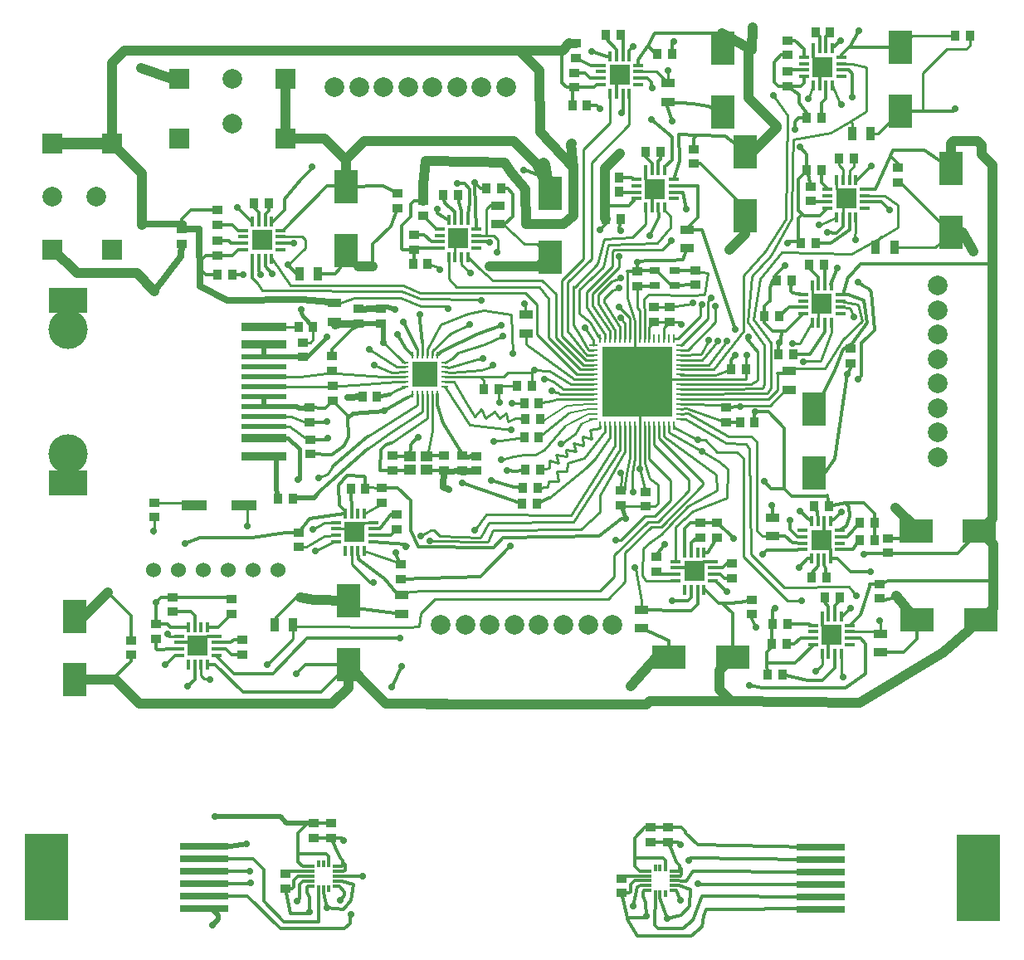
<source format=gtl>
G04 (created by PCBNEW (2013-07-07 BZR 4022)-stable) date 9/11/2014 11:21:24 AM*
%MOIN*%
G04 Gerber Fmt 3.4, Leading zero omitted, Abs format*
%FSLAX34Y34*%
G01*
G70*
G90*
G04 APERTURE LIST*
%ADD10C,0.00590551*%
%ADD11R,0.0314961X0.011811*%
%ADD12R,0.011811X0.0314961*%
%ADD13R,0.19685X0.0299213*%
%ADD14R,0.177165X0.346457*%
%ADD15R,0.0394X0.0354*%
%ADD16R,0.181102X0.0318898*%
%ADD17R,0.181102X0.0240157*%
%ADD18C,0.15748*%
%ADD19R,0.153543X0.0984252*%
%ADD20C,0.0787*%
%ADD21R,0.0787X0.0787*%
%ADD22R,0.0826772X0.0826772*%
%ADD23R,0.0137795X0.0393701*%
%ADD24R,0.0393701X0.0137795*%
%ADD25C,0.019685*%
%ADD26R,0.0472441X0.0433071*%
%ADD27C,0.06*%
%ADD28R,0.1X0.039*%
%ADD29C,0.0787402*%
%ADD30R,0.0393701X0.0314961*%
%ADD31R,0.0984X0.0984*%
%ADD32O,0.0098X0.0315*%
%ADD33O,0.0315X0.0098*%
%ADD34C,0.023622*%
%ADD35R,0.00984252X0.0334646*%
%ADD36R,0.0334646X0.00984252*%
%ADD37R,0.281496X0.281496*%
%ADD38R,0.055X0.035*%
%ADD39R,0.0354X0.0394*%
%ADD40R,0.035X0.055*%
%ADD41R,0.1378X0.0945*%
%ADD42R,0.0945X0.1378*%
%ADD43C,0.0275591*%
%ADD44C,0.0314961*%
%ADD45C,0.015748*%
%ADD46C,0.019685*%
%ADD47C,0.00984252*%
%ADD48C,0.011811*%
%ADD49C,0.0275591*%
%ADD50C,0.00787402*%
%ADD51C,0.0137795*%
%ADD52C,0.0393701*%
%ADD53C,0.023622*%
%ADD54C,0.0354331*%
%ADD55C,0.0472441*%
G04 APERTURE END LIST*
G54D10*
G54D11*
X58956Y-55354D03*
X58956Y-55157D03*
X59960Y-55157D03*
X58956Y-55549D03*
X58956Y-55748D03*
X58956Y-55944D03*
G54D12*
X59261Y-56053D03*
X59444Y-56053D03*
X59655Y-56053D03*
G54D11*
X59960Y-55944D03*
X59960Y-55748D03*
X59960Y-55549D03*
X59960Y-55354D03*
G54D12*
X59655Y-55049D03*
X59452Y-55049D03*
X59261Y-55049D03*
G54D13*
X65905Y-54183D03*
X65905Y-55183D03*
X65905Y-56183D03*
X65905Y-55683D03*
X65905Y-56683D03*
X65905Y-54683D03*
G54D14*
X72224Y-55433D03*
G54D15*
X57913Y-56044D03*
X57913Y-55452D03*
X59763Y-53996D03*
X59763Y-53404D03*
X59055Y-53996D03*
X59055Y-53404D03*
G54D11*
X45433Y-55177D03*
X45433Y-54980D03*
X46437Y-54980D03*
X45433Y-55372D03*
X45433Y-55570D03*
X45433Y-55767D03*
G54D12*
X45738Y-55875D03*
X45921Y-55875D03*
X46131Y-55875D03*
G54D11*
X46437Y-55767D03*
X46437Y-55570D03*
X46437Y-55372D03*
X46437Y-55177D03*
G54D12*
X46131Y-54872D03*
X45929Y-54872D03*
X45738Y-54872D03*
G54D13*
X41122Y-56663D03*
X41122Y-55663D03*
X41122Y-54663D03*
X41122Y-55163D03*
X41122Y-54163D03*
X41122Y-56163D03*
G54D14*
X34803Y-55413D03*
G54D15*
X44389Y-55866D03*
X44389Y-55274D03*
X46240Y-53819D03*
X46240Y-53227D03*
X45531Y-53819D03*
X45531Y-53227D03*
G54D16*
X43523Y-33291D03*
X43523Y-34015D03*
G54D17*
X43523Y-34488D03*
X43523Y-34889D03*
X43523Y-35692D03*
X43523Y-37291D03*
X43523Y-36488D03*
G54D16*
X43523Y-38488D03*
X43523Y-37763D03*
G54D17*
X43523Y-36090D03*
X43523Y-36889D03*
G54D18*
X35681Y-38389D03*
X35681Y-33389D03*
G54D17*
X43523Y-35291D03*
G54D19*
X35681Y-32228D03*
X35681Y-39551D03*
G54D20*
X36811Y-28070D03*
G54D21*
X35039Y-25940D03*
X37441Y-25940D03*
X35039Y-30202D03*
X37441Y-30202D03*
G54D20*
X35039Y-28070D03*
G54D22*
X59251Y-27755D03*
G54D23*
X58868Y-28503D03*
X59124Y-28503D03*
X59379Y-28503D03*
X59635Y-28503D03*
G54D24*
X60000Y-28139D03*
X60000Y-27883D03*
X60000Y-27627D03*
X60000Y-27372D03*
G54D23*
X59635Y-27007D03*
X59379Y-27007D03*
X59124Y-27007D03*
X58868Y-27007D03*
G54D24*
X58503Y-27372D03*
X58503Y-27627D03*
X58503Y-27883D03*
X58503Y-28139D03*
G54D25*
X59251Y-27755D03*
X59025Y-27529D03*
X59025Y-27982D03*
X59478Y-27529D03*
X59478Y-27982D03*
G54D22*
X65984Y-22854D03*
G54D23*
X65600Y-23602D03*
X65856Y-23602D03*
X66112Y-23602D03*
X66368Y-23602D03*
G54D24*
X66732Y-23238D03*
X66732Y-22982D03*
X66732Y-22726D03*
X66732Y-22470D03*
G54D23*
X66368Y-22106D03*
X66112Y-22106D03*
X65856Y-22106D03*
X65600Y-22106D03*
G54D24*
X65236Y-22470D03*
X65236Y-22726D03*
X65236Y-22982D03*
X65236Y-23238D03*
G54D25*
X65984Y-22854D03*
X65757Y-22627D03*
X65757Y-23080D03*
X66210Y-22627D03*
X66210Y-23080D03*
G54D22*
X65925Y-41860D03*
G54D23*
X66309Y-41112D03*
X66053Y-41112D03*
X65797Y-41112D03*
X65541Y-41112D03*
G54D24*
X65177Y-41476D03*
X65177Y-41732D03*
X65177Y-41988D03*
X65177Y-42244D03*
G54D23*
X65541Y-42608D03*
X65797Y-42608D03*
X66053Y-42608D03*
X66309Y-42608D03*
G54D24*
X66673Y-42244D03*
X66673Y-41988D03*
X66673Y-41732D03*
X66673Y-41476D03*
G54D25*
X65925Y-41860D03*
X66151Y-42086D03*
X66151Y-41633D03*
X65698Y-42086D03*
X65698Y-41633D03*
G54D22*
X57834Y-23169D03*
G54D23*
X57450Y-23917D03*
X57706Y-23917D03*
X57962Y-23917D03*
X58218Y-23917D03*
G54D24*
X58582Y-23553D03*
X58582Y-23297D03*
X58582Y-23041D03*
X58582Y-22785D03*
G54D23*
X58218Y-22421D03*
X57962Y-22421D03*
X57706Y-22421D03*
X57450Y-22421D03*
G54D24*
X57086Y-22785D03*
X57086Y-23041D03*
X57086Y-23297D03*
X57086Y-23553D03*
G54D25*
X57834Y-23169D03*
X57608Y-22942D03*
X57608Y-23395D03*
X58061Y-22942D03*
X58061Y-23395D03*
G54D22*
X51338Y-29744D03*
G54D23*
X50954Y-30492D03*
X51210Y-30492D03*
X51466Y-30492D03*
X51722Y-30492D03*
G54D24*
X52086Y-30127D03*
X52086Y-29872D03*
X52086Y-29616D03*
X52086Y-29360D03*
G54D23*
X51722Y-28996D03*
X51466Y-28996D03*
X51210Y-28996D03*
X50954Y-28996D03*
G54D24*
X50590Y-29360D03*
X50590Y-29616D03*
X50590Y-29872D03*
X50590Y-30127D03*
G54D25*
X51338Y-29744D03*
X51112Y-29517D03*
X51112Y-29970D03*
X51564Y-29517D03*
X51564Y-29970D03*
G54D22*
X43464Y-29803D03*
G54D23*
X43080Y-30551D03*
X43336Y-30551D03*
X43592Y-30551D03*
X43848Y-30551D03*
G54D24*
X44212Y-30187D03*
X44212Y-29931D03*
X44212Y-29675D03*
X44212Y-29419D03*
G54D23*
X43848Y-29055D03*
X43592Y-29055D03*
X43336Y-29055D03*
X43080Y-29055D03*
G54D24*
X42716Y-29419D03*
X42716Y-29675D03*
X42716Y-29931D03*
X42716Y-30187D03*
G54D25*
X43464Y-29803D03*
X43238Y-29576D03*
X43238Y-30029D03*
X43690Y-29576D03*
X43690Y-30029D03*
G54D22*
X60826Y-43110D03*
G54D24*
X60078Y-42726D03*
X60078Y-42982D03*
X60078Y-43238D03*
X60078Y-43494D03*
G54D23*
X60442Y-43858D03*
X60698Y-43858D03*
X60954Y-43858D03*
X61210Y-43858D03*
G54D24*
X61574Y-43494D03*
X61574Y-43238D03*
X61574Y-42982D03*
X61574Y-42726D03*
G54D23*
X61210Y-42362D03*
X60954Y-42362D03*
X60698Y-42362D03*
X60442Y-42362D03*
G54D25*
X60826Y-43110D03*
X61053Y-42883D03*
X60600Y-42883D03*
X61053Y-43336D03*
X60600Y-43336D03*
G54D22*
X66929Y-28149D03*
G54D23*
X66545Y-28897D03*
X66801Y-28897D03*
X67057Y-28897D03*
X67312Y-28897D03*
G54D24*
X67677Y-28533D03*
X67677Y-28277D03*
X67677Y-28021D03*
X67677Y-27765D03*
G54D23*
X67312Y-27401D03*
X67057Y-27401D03*
X66801Y-27401D03*
X66545Y-27401D03*
G54D24*
X66181Y-27765D03*
X66181Y-28021D03*
X66181Y-28277D03*
X66181Y-28533D03*
G54D25*
X66929Y-28149D03*
X66702Y-27923D03*
X66702Y-28375D03*
X67155Y-27923D03*
X67155Y-28375D03*
G54D22*
X40885Y-46102D03*
G54D24*
X40137Y-45718D03*
X40137Y-45974D03*
X40137Y-46230D03*
X40137Y-46486D03*
G54D23*
X40501Y-46850D03*
X40757Y-46850D03*
X41013Y-46850D03*
X41269Y-46850D03*
G54D24*
X41633Y-46486D03*
X41633Y-46230D03*
X41633Y-45974D03*
X41633Y-45718D03*
G54D23*
X41269Y-45354D03*
X41013Y-45354D03*
X40757Y-45354D03*
X40501Y-45354D03*
G54D25*
X40885Y-46102D03*
X41112Y-45875D03*
X40659Y-45875D03*
X41112Y-46328D03*
X40659Y-46328D03*
G54D22*
X66338Y-45669D03*
G54D23*
X65954Y-46417D03*
X66210Y-46417D03*
X66466Y-46417D03*
X66722Y-46417D03*
G54D24*
X67086Y-46053D03*
X67086Y-45797D03*
X67086Y-45541D03*
X67086Y-45285D03*
G54D23*
X66722Y-44921D03*
X66466Y-44921D03*
X66210Y-44921D03*
X65954Y-44921D03*
G54D24*
X65590Y-45285D03*
X65590Y-45541D03*
X65590Y-45797D03*
X65590Y-46053D03*
G54D25*
X66338Y-45669D03*
X66112Y-45442D03*
X66112Y-45895D03*
X66564Y-45442D03*
X66564Y-45895D03*
G54D22*
X65944Y-32381D03*
G54D23*
X65561Y-33129D03*
X65816Y-33129D03*
X66072Y-33129D03*
X66328Y-33129D03*
G54D24*
X66692Y-32765D03*
X66692Y-32509D03*
X66692Y-32253D03*
X66692Y-31998D03*
G54D23*
X66328Y-31633D03*
X66072Y-31633D03*
X65816Y-31633D03*
X65561Y-31633D03*
G54D24*
X65196Y-31998D03*
X65196Y-32253D03*
X65196Y-32509D03*
X65196Y-32765D03*
G54D25*
X65944Y-32381D03*
X65718Y-32155D03*
X65718Y-32608D03*
X66171Y-32155D03*
X66171Y-32608D03*
G54D22*
X47185Y-41535D03*
G54D24*
X46437Y-41151D03*
X46437Y-41407D03*
X46437Y-41663D03*
X46437Y-41919D03*
G54D23*
X46801Y-42283D03*
X47057Y-42283D03*
X47312Y-42283D03*
X47568Y-42283D03*
G54D24*
X47933Y-41919D03*
X47933Y-41663D03*
X47933Y-41407D03*
X47933Y-41151D03*
G54D23*
X47568Y-40787D03*
X47312Y-40787D03*
X47057Y-40787D03*
X46801Y-40787D03*
G54D25*
X47185Y-41535D03*
X47411Y-41309D03*
X46958Y-41309D03*
X47411Y-41761D03*
X46958Y-41761D03*
G54D26*
X50059Y-38484D03*
X49389Y-38484D03*
X50059Y-39035D03*
X49389Y-39035D03*
G54D27*
X43106Y-43074D03*
X44106Y-43076D03*
X39114Y-43074D03*
X40114Y-43076D03*
X42110Y-43076D03*
X41110Y-43074D03*
G54D28*
X40732Y-40472D03*
X42732Y-40472D03*
G54D20*
X42283Y-25118D03*
G54D21*
X44413Y-23346D03*
X44413Y-25748D03*
X40151Y-23346D03*
X40151Y-25748D03*
G54D20*
X42283Y-23346D03*
G54D29*
X70610Y-35570D03*
X70610Y-36555D03*
X70610Y-32618D03*
X70610Y-31633D03*
X70610Y-33602D03*
X70610Y-34586D03*
X70610Y-38523D03*
X70610Y-37539D03*
X53602Y-45255D03*
X52618Y-45255D03*
X56555Y-45255D03*
X57539Y-45255D03*
X55570Y-45255D03*
X54586Y-45255D03*
X50649Y-45255D03*
X51633Y-45255D03*
X50314Y-23661D03*
X51299Y-23661D03*
X47362Y-23661D03*
X46377Y-23661D03*
X48346Y-23661D03*
X49330Y-23661D03*
X53267Y-23661D03*
X52283Y-23661D03*
G54D30*
X59251Y-31633D03*
X60039Y-31633D03*
X59251Y-31043D03*
X60039Y-31043D03*
G54D31*
X50003Y-35208D03*
G54D32*
X49511Y-35995D03*
X49708Y-35995D03*
X49905Y-35995D03*
X50101Y-35995D03*
X50298Y-35995D03*
X50495Y-35995D03*
G54D33*
X50790Y-35700D03*
X50790Y-35503D03*
X50790Y-35306D03*
X50790Y-35110D03*
X50790Y-34913D03*
X50790Y-34716D03*
G54D32*
X50495Y-34421D03*
X50298Y-34421D03*
X50101Y-34421D03*
X49905Y-34421D03*
X49708Y-34421D03*
X49511Y-34421D03*
G54D33*
X49216Y-34716D03*
X49216Y-34913D03*
X49216Y-35110D03*
X49216Y-35306D03*
X49216Y-35503D03*
X49216Y-35700D03*
G54D34*
X50003Y-35208D03*
X49703Y-34908D03*
X49703Y-35508D03*
X50303Y-34908D03*
X50303Y-35508D03*
G54D35*
X59807Y-37259D03*
X60003Y-37259D03*
X58625Y-37259D03*
X58822Y-37259D03*
X59216Y-37259D03*
X59019Y-37259D03*
X59610Y-37259D03*
X59413Y-37259D03*
X57838Y-37259D03*
X58035Y-37259D03*
X58429Y-37259D03*
X58232Y-37259D03*
X57444Y-37259D03*
X57641Y-37259D03*
X57248Y-37259D03*
X57051Y-37259D03*
G54D36*
X56775Y-36984D03*
X56775Y-36787D03*
X56775Y-36393D03*
X56775Y-36590D03*
X56775Y-35803D03*
X56775Y-35606D03*
X56775Y-36000D03*
X56775Y-36196D03*
X56775Y-34622D03*
X56775Y-34425D03*
X56775Y-35015D03*
X56775Y-34818D03*
X56775Y-35212D03*
X56775Y-35409D03*
X56775Y-34031D03*
X56775Y-34228D03*
G54D35*
X57051Y-33755D03*
X57248Y-33755D03*
X57641Y-33755D03*
X57444Y-33755D03*
X58232Y-33755D03*
X58429Y-33755D03*
X58035Y-33755D03*
X57838Y-33755D03*
X59413Y-33755D03*
X59610Y-33755D03*
X59019Y-33755D03*
X59216Y-33755D03*
X58822Y-33755D03*
X58625Y-33755D03*
X60003Y-33755D03*
X59807Y-33755D03*
G54D36*
X60279Y-34228D03*
X60279Y-34031D03*
X60279Y-35409D03*
X60279Y-35212D03*
X60279Y-34818D03*
X60279Y-35007D03*
X60279Y-34425D03*
X60279Y-34622D03*
X60279Y-36196D03*
X60279Y-36000D03*
X60279Y-35606D03*
X60279Y-35803D03*
X60279Y-36590D03*
X60279Y-36393D03*
X60279Y-36787D03*
X60279Y-36984D03*
G54D37*
X58527Y-35507D03*
G54D38*
X54055Y-33563D03*
X54055Y-32813D03*
G54D39*
X47491Y-36114D03*
X48083Y-36114D03*
X54626Y-39035D03*
X54034Y-39035D03*
X54528Y-39763D03*
X53936Y-39763D03*
X54508Y-40393D03*
X53916Y-40393D03*
X54587Y-36377D03*
X53995Y-36377D03*
X54626Y-37007D03*
X54034Y-37007D03*
X54587Y-37716D03*
X53995Y-37716D03*
G54D15*
X46283Y-35051D03*
X46283Y-34459D03*
X46291Y-35664D03*
X46291Y-36256D03*
X45385Y-37134D03*
X45385Y-36542D03*
X45405Y-37822D03*
X45405Y-38414D03*
G54D39*
X44693Y-40208D03*
X44101Y-40208D03*
G54D15*
X57874Y-39861D03*
X57874Y-40453D03*
G54D39*
X45516Y-33295D03*
X44924Y-33295D03*
G54D15*
X45106Y-34512D03*
X45106Y-33920D03*
G54D39*
X62656Y-37125D03*
X63248Y-37125D03*
X57855Y-28976D03*
X57263Y-28976D03*
X57815Y-27874D03*
X57223Y-27874D03*
X56516Y-24389D03*
X55924Y-24389D03*
X50118Y-30767D03*
X49526Y-30767D03*
G54D15*
X56003Y-23089D03*
X56003Y-23681D03*
G54D39*
X42264Y-31200D03*
X41672Y-31200D03*
G54D15*
X49586Y-29605D03*
X49586Y-30197D03*
X41673Y-29841D03*
X41673Y-30433D03*
G54D39*
X64370Y-47263D03*
X63778Y-47263D03*
X64528Y-46043D03*
X63936Y-46043D03*
X65629Y-40501D03*
X66221Y-40501D03*
X67479Y-41181D03*
X68071Y-41181D03*
G54D15*
X61062Y-41752D03*
X61062Y-41160D03*
X59291Y-43130D03*
X59291Y-42538D03*
G54D39*
X47026Y-39803D03*
X47618Y-39803D03*
G54D15*
X44940Y-42146D03*
X44940Y-41554D03*
X39881Y-44744D03*
X39881Y-44152D03*
X39192Y-45837D03*
X39192Y-45245D03*
G54D39*
X65925Y-24901D03*
X65333Y-24901D03*
G54D15*
X64586Y-23030D03*
X64586Y-23622D03*
X65492Y-28248D03*
X65492Y-27656D03*
G54D39*
X64803Y-34389D03*
X64211Y-34389D03*
X64233Y-32854D03*
X63641Y-32854D03*
X65709Y-29921D03*
X65117Y-29921D03*
G54D38*
X46377Y-32341D03*
X46377Y-33091D03*
G54D40*
X44705Y-45275D03*
X43955Y-45275D03*
G54D38*
X64625Y-35077D03*
X64625Y-35827D03*
X68307Y-45628D03*
X68307Y-46378D03*
X63956Y-41713D03*
X63956Y-40963D03*
G54D40*
X67164Y-25531D03*
X67914Y-25531D03*
G54D38*
X49055Y-44073D03*
X49055Y-44823D03*
X58700Y-44664D03*
X58700Y-45414D03*
G54D40*
X68109Y-30098D03*
X68859Y-30098D03*
G54D38*
X52933Y-28424D03*
X52933Y-29174D03*
G54D40*
X44959Y-31161D03*
X45709Y-31161D03*
G54D38*
X60551Y-29388D03*
X60551Y-30138D03*
X59763Y-23502D03*
X59763Y-24252D03*
G54D39*
X52973Y-35787D03*
X52381Y-35787D03*
G54D15*
X47322Y-32578D03*
X47322Y-33170D03*
X51496Y-39055D03*
X51496Y-38463D03*
X52086Y-39075D03*
X52086Y-38483D03*
X50787Y-39055D03*
X50787Y-38463D03*
X48720Y-39055D03*
X48720Y-38463D03*
X48228Y-32578D03*
X48228Y-33170D03*
X62106Y-36534D03*
X62106Y-37126D03*
G54D39*
X53719Y-35669D03*
X54311Y-35669D03*
X62894Y-35000D03*
X62302Y-35000D03*
G54D15*
X59842Y-32499D03*
X59842Y-33091D03*
X58533Y-31081D03*
X58533Y-31673D03*
X60866Y-31614D03*
X60866Y-31022D03*
X59212Y-32499D03*
X59212Y-33091D03*
X58877Y-39920D03*
X58877Y-40512D03*
X40236Y-29961D03*
X40236Y-29369D03*
X39153Y-40945D03*
X39153Y-40353D03*
X48897Y-28524D03*
X48897Y-27932D03*
X60807Y-26742D03*
X60807Y-26150D03*
G54D39*
X66654Y-44173D03*
X66062Y-44173D03*
G54D15*
X62322Y-43406D03*
X62322Y-42814D03*
X68287Y-44213D03*
X68287Y-43621D03*
G54D39*
X64567Y-45216D03*
X63975Y-45216D03*
G54D15*
X63149Y-44843D03*
X63149Y-44251D03*
G54D39*
X43740Y-28346D03*
X43148Y-28346D03*
X67479Y-41870D03*
X68071Y-41870D03*
G54D15*
X61732Y-41752D03*
X61732Y-41160D03*
X68612Y-41790D03*
X68612Y-42382D03*
X48858Y-41437D03*
X48858Y-40845D03*
X48267Y-40355D03*
X48267Y-39763D03*
X49035Y-43425D03*
X49035Y-42833D03*
X42667Y-46457D03*
X42667Y-45865D03*
X42234Y-44833D03*
X42234Y-44241D03*
X38188Y-45885D03*
X38188Y-46477D03*
X41673Y-29193D03*
X41673Y-28601D03*
G54D39*
X51339Y-28011D03*
X50747Y-28011D03*
G54D15*
X49940Y-28819D03*
X49940Y-28227D03*
G54D39*
X53071Y-27746D03*
X52479Y-27746D03*
X57855Y-21574D03*
X57263Y-21574D03*
G54D15*
X56062Y-22500D03*
X56062Y-21908D03*
G54D39*
X59931Y-22322D03*
X59339Y-22322D03*
X59469Y-26259D03*
X58877Y-26259D03*
X57815Y-27283D03*
X57223Y-27283D03*
X66280Y-21456D03*
X65688Y-21456D03*
G54D15*
X64566Y-21790D03*
X64566Y-22382D03*
G54D39*
X71890Y-21594D03*
X71298Y-21594D03*
X65550Y-43366D03*
X66142Y-43366D03*
X67244Y-26535D03*
X66652Y-26535D03*
G54D15*
X67106Y-34764D03*
X67106Y-34172D03*
G54D39*
X64744Y-31437D03*
X64152Y-31437D03*
X66044Y-30807D03*
X65452Y-30807D03*
G54D15*
X69015Y-27490D03*
X69015Y-26898D03*
G54D39*
X65945Y-26988D03*
X65353Y-26988D03*
G54D41*
X72342Y-45078D03*
X69782Y-45078D03*
G54D42*
X71122Y-26928D03*
X71122Y-29488D03*
X46929Y-46870D03*
X46929Y-44310D03*
X69094Y-22066D03*
X69094Y-24626D03*
G54D41*
X62362Y-46555D03*
X59802Y-46555D03*
X72283Y-41515D03*
X69723Y-41515D03*
G54D42*
X35944Y-47480D03*
X35944Y-44920D03*
X65629Y-36613D03*
X65629Y-39173D03*
X61968Y-22105D03*
X61968Y-24665D03*
X55039Y-27932D03*
X55039Y-30492D03*
X62874Y-26279D03*
X62874Y-28839D03*
X46830Y-27676D03*
X46830Y-30236D03*
G54D43*
X48334Y-33925D03*
X48385Y-36673D03*
X53070Y-33228D03*
X61397Y-33838D03*
X56427Y-33326D03*
X53149Y-33661D03*
X53070Y-38622D03*
X51811Y-33188D03*
X52746Y-34842D03*
X55472Y-37992D03*
X42834Y-54055D03*
X60275Y-54094D03*
X58897Y-56968D03*
X59744Y-57066D03*
X46062Y-56633D03*
X46751Y-53917D03*
X45374Y-56791D03*
X53444Y-42106D03*
X37263Y-43976D03*
X45000Y-44153D03*
X58287Y-47736D03*
X63307Y-45374D03*
X67893Y-43129D03*
X68937Y-44094D03*
X60019Y-21820D03*
X68907Y-40561D03*
X63927Y-40462D03*
X62677Y-36496D03*
X66968Y-35196D03*
X66161Y-29507D03*
X72047Y-30275D03*
X71318Y-24547D03*
X58543Y-30688D03*
X62244Y-30196D03*
X59921Y-25019D03*
X56692Y-22244D03*
X52598Y-30866D03*
X50511Y-28582D03*
X47913Y-30866D03*
X43405Y-31200D03*
X42460Y-28484D03*
X49724Y-37716D03*
X39114Y-41515D03*
X52992Y-36338D03*
X38602Y-22913D03*
X54015Y-32362D03*
X60767Y-32322D03*
X62933Y-34429D03*
X58641Y-38996D03*
X50984Y-39842D03*
X48818Y-32598D03*
X46889Y-36141D03*
X39133Y-31850D03*
X46082Y-33700D03*
X44901Y-39448D03*
X43011Y-55649D03*
X47500Y-55374D03*
X60590Y-54724D03*
X60275Y-56338D03*
X47027Y-56889D03*
X46594Y-56318D03*
X44744Y-29940D03*
X45472Y-26870D03*
X52598Y-29901D03*
X51318Y-27519D03*
X47952Y-43582D03*
X49251Y-42125D03*
X49074Y-46948D03*
X48661Y-47775D03*
X40472Y-47736D03*
X49015Y-45807D03*
X59133Y-23700D03*
X58385Y-22047D03*
X60511Y-28582D03*
X59114Y-24960D03*
X67185Y-24055D03*
X66692Y-21791D03*
X68661Y-28602D03*
X67933Y-26830D03*
X67224Y-32893D03*
X67401Y-35393D03*
X67391Y-31505D03*
X66555Y-30925D03*
X64675Y-41082D03*
X65039Y-42952D03*
X63051Y-47696D03*
X67106Y-44586D03*
X59921Y-44291D03*
X62125Y-43937D03*
X52755Y-37913D03*
X52322Y-34566D03*
X51830Y-31141D03*
X50610Y-30984D03*
X51515Y-39566D03*
X48897Y-33602D03*
X42716Y-31200D03*
X43877Y-31161D03*
X52677Y-39468D03*
X49133Y-33110D03*
X57047Y-24527D03*
X57913Y-24685D03*
X53307Y-39055D03*
X49803Y-32795D03*
X57874Y-29429D03*
X59035Y-29625D03*
X53464Y-37440D03*
X53503Y-36377D03*
X45728Y-39350D03*
X45039Y-32598D03*
X61135Y-38303D03*
X60984Y-37834D03*
X66811Y-47362D03*
X65137Y-44311D03*
X62460Y-33405D03*
X62992Y-33700D03*
X63996Y-24015D03*
X59783Y-23011D03*
X52913Y-30295D03*
X62125Y-33877D03*
X44488Y-30807D03*
X61771Y-33858D03*
X41358Y-47460D03*
X43681Y-46850D03*
X58444Y-42972D03*
X57657Y-41870D03*
X68267Y-45098D03*
X67342Y-44114D03*
X65413Y-24133D03*
X59901Y-29822D03*
X66751Y-24370D03*
X57814Y-30452D03*
X67303Y-29783D03*
X57795Y-31732D03*
X65826Y-29212D03*
X57874Y-31338D03*
X65216Y-34704D03*
X57814Y-32500D03*
X57874Y-32933D03*
X64763Y-33956D03*
X52283Y-32244D03*
X55118Y-35866D03*
X61122Y-32401D03*
X66732Y-40718D03*
X61673Y-32460D03*
X65688Y-47125D03*
X61496Y-32125D03*
X65068Y-40688D03*
X39566Y-46850D03*
X51988Y-41476D03*
X39665Y-45629D03*
X49842Y-41712D03*
X45610Y-42283D03*
X50216Y-41889D03*
X58385Y-39940D03*
X45492Y-41417D03*
X60984Y-55669D03*
X58385Y-56574D03*
X42972Y-55177D03*
X44881Y-56358D03*
X47783Y-34196D03*
X46074Y-37110D03*
X47984Y-34826D03*
X46114Y-37771D03*
X57047Y-29389D03*
X39212Y-44350D03*
X40374Y-42007D03*
X59625Y-42027D03*
X62401Y-41791D03*
X63622Y-39488D03*
X64055Y-44586D03*
X60295Y-33188D03*
X64566Y-29921D03*
X64468Y-30846D03*
X64232Y-33917D03*
X62480Y-34448D03*
X65078Y-26082D03*
X64881Y-25374D03*
X57834Y-26338D03*
X55905Y-25944D03*
X50944Y-32559D03*
X54409Y-35039D03*
X58070Y-40984D03*
X63287Y-36712D03*
X48838Y-42362D03*
X44842Y-47244D03*
X67627Y-42440D03*
X63572Y-42440D03*
X72381Y-26003D03*
X67421Y-21397D03*
X54763Y-26692D03*
X63169Y-21279D03*
X64133Y-25314D03*
X53966Y-26988D03*
X52007Y-27500D03*
X41476Y-57342D03*
X41574Y-52972D03*
X53543Y-34370D03*
X54803Y-35393D03*
X57854Y-39173D03*
X42874Y-41299D03*
G54D44*
X46377Y-33091D02*
X46377Y-33228D01*
X46377Y-33228D02*
X46595Y-33170D01*
X46595Y-33170D02*
X47322Y-33170D01*
G54D45*
X48385Y-36673D02*
X47093Y-36771D01*
X47093Y-36771D02*
X46916Y-36948D01*
G54D46*
X48334Y-33925D02*
X48334Y-33236D01*
X48334Y-33236D02*
X48228Y-33170D01*
G54D47*
X46916Y-36948D02*
X46916Y-36881D01*
G54D48*
X46916Y-36881D02*
X46291Y-36256D01*
X46255Y-38417D02*
X46771Y-38070D01*
X46943Y-37689D02*
X46916Y-36948D01*
X46771Y-38070D02*
X46943Y-37689D01*
X45405Y-38414D02*
X46255Y-38417D01*
G54D46*
X43523Y-36090D02*
X43523Y-36488D01*
G54D48*
X47460Y-33189D02*
X47086Y-33405D01*
X46283Y-34208D02*
X46283Y-34459D01*
X47086Y-33405D02*
X46283Y-34208D01*
G54D46*
X45385Y-36542D02*
X44936Y-36550D01*
X44874Y-36488D02*
X43523Y-36488D01*
X44936Y-36550D02*
X44874Y-36488D01*
G54D48*
X45385Y-36542D02*
X45997Y-36550D01*
X45997Y-36550D02*
X46291Y-36256D01*
G54D49*
X47334Y-33181D02*
X47460Y-33189D01*
G54D46*
X47460Y-33189D02*
X47488Y-33162D01*
X47488Y-33162D02*
X48228Y-33170D01*
G54D47*
X49216Y-34716D02*
X49085Y-34620D01*
X49085Y-34620D02*
X48985Y-34547D01*
G54D45*
X48361Y-36658D02*
X48361Y-36655D01*
G54D48*
X49299Y-36121D02*
X48361Y-36655D01*
G54D47*
X49511Y-35995D02*
X49299Y-36121D01*
G54D45*
X48385Y-36673D02*
X48361Y-36658D01*
G54D47*
X48985Y-34547D02*
X48334Y-33925D01*
G54D50*
X56775Y-36590D02*
X56555Y-36594D01*
G54D47*
X55787Y-36771D02*
X54587Y-37716D01*
G54D50*
X56555Y-36594D02*
X55787Y-36771D01*
G54D47*
X61102Y-34389D02*
X61102Y-34389D01*
G54D48*
X53047Y-33150D02*
X53047Y-33150D01*
X53070Y-33228D02*
X53047Y-33150D01*
X50495Y-34421D02*
X50704Y-34260D01*
X50704Y-34260D02*
X52185Y-33582D01*
X52185Y-33582D02*
X53094Y-33232D01*
G54D47*
X61102Y-34389D02*
X60279Y-34425D01*
X61102Y-34389D02*
X61397Y-33838D01*
X56775Y-34031D02*
X56775Y-33838D01*
X51110Y-34560D02*
X51333Y-34321D01*
X51333Y-34321D02*
X52391Y-34005D01*
X52391Y-34005D02*
X53149Y-33661D01*
X51110Y-34560D02*
X50790Y-34716D01*
X56775Y-33838D02*
X56427Y-33326D01*
G54D50*
X56775Y-36787D02*
X56574Y-36791D01*
X56574Y-36791D02*
X55590Y-37283D01*
G54D47*
X55590Y-37283D02*
X54803Y-38228D01*
X54803Y-38228D02*
X54448Y-38425D01*
X54448Y-38425D02*
X54015Y-38425D01*
X54015Y-38425D02*
X53582Y-38503D01*
X53582Y-38503D02*
X53070Y-38622D01*
X51811Y-33188D02*
X51043Y-33582D01*
X50295Y-34271D02*
X50298Y-34421D01*
X50295Y-34271D02*
X51043Y-33582D01*
G54D50*
X56555Y-36397D02*
X56775Y-36393D01*
X56555Y-36397D02*
X55708Y-36456D01*
X55708Y-36456D02*
X54763Y-37070D01*
G54D47*
X54626Y-37007D02*
X54763Y-37070D01*
X56775Y-36196D02*
X55314Y-36200D01*
X55307Y-36208D02*
X55118Y-36259D01*
X54708Y-36330D02*
X54587Y-36377D01*
X55118Y-36259D02*
X54708Y-36330D01*
X55314Y-36200D02*
X55307Y-36208D01*
X52283Y-35019D02*
X52687Y-34901D01*
X51023Y-35118D02*
X52283Y-35019D01*
X50790Y-35110D02*
X51023Y-35118D01*
X52687Y-34901D02*
X52746Y-34842D01*
G54D50*
X56775Y-36984D02*
X56271Y-37204D01*
G54D47*
X56271Y-37204D02*
X56023Y-37598D01*
X55472Y-37992D02*
X56030Y-37603D01*
X56023Y-37598D02*
X56030Y-37603D01*
X52746Y-34842D02*
X52753Y-34836D01*
X54940Y-39724D02*
X54980Y-39488D01*
X57251Y-37251D02*
X57248Y-37255D01*
X57248Y-37511D02*
X56417Y-38582D01*
X54940Y-39724D02*
X54528Y-39763D01*
X55748Y-38759D02*
X55688Y-39114D01*
X56417Y-38582D02*
X55748Y-38759D01*
X57248Y-37511D02*
X57248Y-37255D01*
X55314Y-39114D02*
X55688Y-39114D01*
X55374Y-39507D02*
X55314Y-39114D01*
X54980Y-39488D02*
X55374Y-39507D01*
X57444Y-37736D02*
X57444Y-37263D01*
X57444Y-37720D02*
X57444Y-37736D01*
X57444Y-37736D02*
X56830Y-38598D01*
X56830Y-38598D02*
X56456Y-38976D01*
X56456Y-38976D02*
X55000Y-40177D01*
G54D48*
X55000Y-40177D02*
X54508Y-40393D01*
G54D47*
X57051Y-37259D02*
X57047Y-37381D01*
X57047Y-37381D02*
X56633Y-37440D01*
X56633Y-37440D02*
X56692Y-37795D01*
X56692Y-37795D02*
X56338Y-37696D01*
X56338Y-37696D02*
X56377Y-38070D01*
X56377Y-38070D02*
X55984Y-37952D01*
X55984Y-37952D02*
X56062Y-38307D01*
X56062Y-38307D02*
X55669Y-38228D01*
X55669Y-38228D02*
X55708Y-38503D01*
X55708Y-38503D02*
X55275Y-38425D01*
X55275Y-38425D02*
X55354Y-38779D01*
X55354Y-38779D02*
X55000Y-38661D01*
X55000Y-38661D02*
X55000Y-38976D01*
X55000Y-38976D02*
X54626Y-39035D01*
G54D46*
X41122Y-54163D02*
X42214Y-54163D01*
X42214Y-54163D02*
X42834Y-54055D01*
G54D48*
X58779Y-56181D02*
X58779Y-55984D01*
X58779Y-56181D02*
X58883Y-56423D01*
X58897Y-56968D02*
X58883Y-56423D01*
X58818Y-55944D02*
X58956Y-55944D01*
X58779Y-55984D02*
X58818Y-55944D01*
X59763Y-53996D02*
X60177Y-53996D01*
X60177Y-53996D02*
X60275Y-54094D01*
X59960Y-55748D02*
X60196Y-55748D01*
X60314Y-56929D02*
X59744Y-57066D01*
X60629Y-56555D02*
X60314Y-56929D01*
X60669Y-55885D02*
X60629Y-56555D01*
X60196Y-55748D02*
X60669Y-55885D01*
X59444Y-56053D02*
X59448Y-56220D01*
X58816Y-57049D02*
X58141Y-57049D01*
X58897Y-56968D02*
X58816Y-57049D01*
X59448Y-56220D02*
X59744Y-57066D01*
X58956Y-55549D02*
X58427Y-55549D01*
X58207Y-56044D02*
X57913Y-56044D01*
X58267Y-55984D02*
X58207Y-56044D01*
X58267Y-55708D02*
X58267Y-55984D01*
X58427Y-55549D02*
X58267Y-55708D01*
X65767Y-56673D02*
X61505Y-56683D01*
X58149Y-57086D02*
X58141Y-57049D01*
X58141Y-57049D02*
X57913Y-56044D01*
X58543Y-57755D02*
X58149Y-57086D01*
X60708Y-57755D02*
X58543Y-57755D01*
X61220Y-56968D02*
X61141Y-57401D01*
X61141Y-57401D02*
X60708Y-57755D01*
X61299Y-56692D02*
X61220Y-56968D01*
X61505Y-56683D02*
X61299Y-56692D01*
X59960Y-55354D02*
X60275Y-55354D01*
X60314Y-55078D02*
X60236Y-55000D01*
X60314Y-55314D02*
X60314Y-55078D01*
X60275Y-55354D02*
X60314Y-55314D01*
X59960Y-55157D02*
X60196Y-55157D01*
X59921Y-54370D02*
X59763Y-53996D01*
X60118Y-54803D02*
X59921Y-54370D01*
X60236Y-54921D02*
X60118Y-54803D01*
X60236Y-55118D02*
X60236Y-55000D01*
X60236Y-55000D02*
X60236Y-54921D01*
X60196Y-55157D02*
X60236Y-55118D01*
X59055Y-53996D02*
X59763Y-53996D01*
X45293Y-56872D02*
X44617Y-56872D01*
X45255Y-56003D02*
X45255Y-55807D01*
X45255Y-56003D02*
X45359Y-56246D01*
X45374Y-56791D02*
X45359Y-56246D01*
X45295Y-55767D02*
X45433Y-55767D01*
X45255Y-55807D02*
X45295Y-55767D01*
X46240Y-53819D02*
X46654Y-53819D01*
X46654Y-53819D02*
X46751Y-53917D01*
X46437Y-55570D02*
X46673Y-55570D01*
X46738Y-56714D02*
X46062Y-56633D01*
X47053Y-56340D02*
X46738Y-56714D01*
X47145Y-55708D02*
X47053Y-56340D01*
X46673Y-55570D02*
X47145Y-55708D01*
X45921Y-55875D02*
X45925Y-56043D01*
X45374Y-56791D02*
X45293Y-56872D01*
X45925Y-56043D02*
X46062Y-56633D01*
X45433Y-55372D02*
X44903Y-55372D01*
X44684Y-55866D02*
X44389Y-55866D01*
X44744Y-55807D02*
X44684Y-55866D01*
X44744Y-55531D02*
X44744Y-55807D01*
X44903Y-55372D02*
X44744Y-55531D01*
X44617Y-56872D02*
X44389Y-55866D01*
X46437Y-55177D02*
X46751Y-55177D01*
X46791Y-54901D02*
X46712Y-54822D01*
X46791Y-55137D02*
X46791Y-54901D01*
X46751Y-55177D02*
X46791Y-55137D01*
X46437Y-54980D02*
X46673Y-54980D01*
X46397Y-54192D02*
X46240Y-53819D01*
X46594Y-54625D02*
X46397Y-54192D01*
X46712Y-54744D02*
X46594Y-54625D01*
X46712Y-54940D02*
X46712Y-54822D01*
X46712Y-54822D02*
X46712Y-54744D01*
X46673Y-54980D02*
X46712Y-54940D01*
X45531Y-53819D02*
X46240Y-53819D01*
G54D51*
X49035Y-43425D02*
X52223Y-43327D01*
X52223Y-43327D02*
X53444Y-42106D01*
X49055Y-44823D02*
X47225Y-44607D01*
X47225Y-44607D02*
X46929Y-44310D01*
X38188Y-45885D02*
X38188Y-44901D01*
G54D52*
X36319Y-44920D02*
X37263Y-43976D01*
X36319Y-44920D02*
X35944Y-44920D01*
G54D51*
X38188Y-44901D02*
X37263Y-43976D01*
G54D47*
X43955Y-45275D02*
X43955Y-45000D01*
G54D52*
X45550Y-44251D02*
X45000Y-44153D01*
X45550Y-44251D02*
X46929Y-44310D01*
G54D47*
X44803Y-44153D02*
X45000Y-44153D01*
X43955Y-45000D02*
X44803Y-44153D01*
G54D51*
X40137Y-45974D02*
X40757Y-45974D01*
X40757Y-45974D02*
X40885Y-46102D01*
X41633Y-45718D02*
X41269Y-45718D01*
X41269Y-45718D02*
X40885Y-46102D01*
G54D47*
X46437Y-41407D02*
X47057Y-41407D01*
X47057Y-41407D02*
X47185Y-41535D01*
X47933Y-41151D02*
X47568Y-41151D01*
X47568Y-41151D02*
X47185Y-41535D01*
G54D52*
X59802Y-46555D02*
X59311Y-46555D01*
X59311Y-46555D02*
X58287Y-47736D01*
G54D51*
X63149Y-44843D02*
X63090Y-44960D01*
X63090Y-44960D02*
X63307Y-45374D01*
X59802Y-46555D02*
X59802Y-45906D01*
X59802Y-45906D02*
X58700Y-45414D01*
X60078Y-42982D02*
X60698Y-42982D01*
X60698Y-42982D02*
X60826Y-43110D01*
X61574Y-42726D02*
X61210Y-42726D01*
X61210Y-42726D02*
X60826Y-43110D01*
X66309Y-42608D02*
X66584Y-42608D01*
X67106Y-43129D02*
X67893Y-43129D01*
X66584Y-42608D02*
X67106Y-43129D01*
X68307Y-46378D02*
X69231Y-46378D01*
X69782Y-45827D02*
X69782Y-45078D01*
X69231Y-46378D02*
X69782Y-45827D01*
X66210Y-46417D02*
X66210Y-45797D01*
X66210Y-45797D02*
X66338Y-45669D01*
X65954Y-44921D02*
X65954Y-45285D01*
X65954Y-45285D02*
X66338Y-45669D01*
X68287Y-44213D02*
X68464Y-44251D01*
G54D52*
X69724Y-45078D02*
X68937Y-44094D01*
X69724Y-45078D02*
X69782Y-45078D01*
G54D51*
X68937Y-44174D02*
X68937Y-44094D01*
X68464Y-44251D02*
X68937Y-44174D01*
X69015Y-27490D02*
X69095Y-27490D01*
X71092Y-29488D02*
X71122Y-29488D01*
X69095Y-27490D02*
X71092Y-29488D01*
X60807Y-26742D02*
X61083Y-26742D01*
X62874Y-28533D02*
X62874Y-28839D01*
X61083Y-26742D02*
X62874Y-28533D01*
X59931Y-22322D02*
X59931Y-21908D01*
X59931Y-21908D02*
X60019Y-21820D01*
X52933Y-29174D02*
X53217Y-29174D01*
X53326Y-27746D02*
X53071Y-27746D01*
X53533Y-27952D02*
X53326Y-27746D01*
X53533Y-28858D02*
X53533Y-27952D01*
X53217Y-29174D02*
X53533Y-28858D01*
X69449Y-41790D02*
X69723Y-41515D01*
G54D52*
X69723Y-41515D02*
X69723Y-41377D01*
X69723Y-41377D02*
X68907Y-40561D01*
G54D51*
X63956Y-40963D02*
X63956Y-40492D01*
X63956Y-40492D02*
X63927Y-40462D01*
X66309Y-42608D02*
X66309Y-42244D01*
X66309Y-42244D02*
X65925Y-41860D01*
X66053Y-41112D02*
X66053Y-41732D01*
X66053Y-41732D02*
X65925Y-41860D01*
G54D47*
X63700Y-36456D02*
X62716Y-36456D01*
G54D51*
X62676Y-36495D02*
X62677Y-36496D01*
X62106Y-36534D02*
X62676Y-36495D01*
G54D47*
X64487Y-35827D02*
X63858Y-36456D01*
X63858Y-36456D02*
X63700Y-36456D01*
X64487Y-35827D02*
X64625Y-35827D01*
X62716Y-36456D02*
X62677Y-36496D01*
X67914Y-25531D02*
X68189Y-25531D01*
X68189Y-25531D02*
X69094Y-24626D01*
X68859Y-30098D02*
X70512Y-30098D01*
X70512Y-30098D02*
X71122Y-29488D01*
X52933Y-29174D02*
X53150Y-29174D01*
X54507Y-29960D02*
X55039Y-30492D01*
X53996Y-29960D02*
X54507Y-29960D01*
X53150Y-29174D02*
X53996Y-29960D01*
G54D51*
X65629Y-39173D02*
X66062Y-39173D01*
X67107Y-34981D02*
X66968Y-35196D01*
X67107Y-34981D02*
X67106Y-34764D01*
X66456Y-38602D02*
X66968Y-35196D01*
X66062Y-39173D02*
X66456Y-38602D01*
G54D47*
X65816Y-33129D02*
X65816Y-32509D01*
X65816Y-32509D02*
X65944Y-32381D01*
X65561Y-31633D02*
X65561Y-31998D01*
X65561Y-31998D02*
X65944Y-32381D01*
G54D51*
X66801Y-28897D02*
X66801Y-29271D01*
X66535Y-29523D02*
X66161Y-29507D01*
X66801Y-29271D02*
X66535Y-29523D01*
G54D47*
X66801Y-28897D02*
X66801Y-28277D01*
X66801Y-28277D02*
X66929Y-28149D01*
X66545Y-27401D02*
X66545Y-27765D01*
X66545Y-27765D02*
X66929Y-28149D01*
G54D52*
X71122Y-29488D02*
X71614Y-29488D01*
X71614Y-29488D02*
X72047Y-30275D01*
G54D47*
X71890Y-21594D02*
X71890Y-22007D01*
X70000Y-23110D02*
X70000Y-24626D01*
X70964Y-22145D02*
X70000Y-23110D01*
X71751Y-22145D02*
X70964Y-22145D01*
X71890Y-22007D02*
X71751Y-22145D01*
G54D51*
X69094Y-24626D02*
X70000Y-24626D01*
X70000Y-24626D02*
X71239Y-24626D01*
X71239Y-24626D02*
X71318Y-24547D01*
X65856Y-23602D02*
X65856Y-22982D01*
X65856Y-22982D02*
X65984Y-22854D01*
X65600Y-22106D02*
X65600Y-22470D01*
X65600Y-22470D02*
X65984Y-22854D01*
X58868Y-27007D02*
X58868Y-27372D01*
X58868Y-27372D02*
X59251Y-27755D01*
X60551Y-30138D02*
X60354Y-30590D01*
X58533Y-30816D02*
X58533Y-31081D01*
X58543Y-30688D02*
X58533Y-30816D01*
X58897Y-30629D02*
X58543Y-30688D01*
X59803Y-30629D02*
X58897Y-30629D01*
X60354Y-30590D02*
X59803Y-30629D01*
G54D52*
X62874Y-28839D02*
X62874Y-29566D01*
X62874Y-29566D02*
X62244Y-30196D01*
G54D51*
X59124Y-28503D02*
X59124Y-27883D01*
X59124Y-27883D02*
X59251Y-27755D01*
X57706Y-23917D02*
X57706Y-23297D01*
X57706Y-23297D02*
X57834Y-23169D01*
X59763Y-24252D02*
X59724Y-24448D01*
X59724Y-24448D02*
X59921Y-25019D01*
X61968Y-24665D02*
X61358Y-24429D01*
X60767Y-24330D02*
X59763Y-24252D01*
X61358Y-24429D02*
X60767Y-24330D01*
X57450Y-22421D02*
X57303Y-22421D01*
X57303Y-22421D02*
X56692Y-22244D01*
G54D52*
X55039Y-30492D02*
X54940Y-30492D01*
X54566Y-30866D02*
X52598Y-30866D01*
X54940Y-30492D02*
X54566Y-30866D01*
G54D51*
X50954Y-28996D02*
X50925Y-28996D01*
X50511Y-28720D02*
X50511Y-28582D01*
X50925Y-28996D02*
X50511Y-28720D01*
G54D47*
X51210Y-30492D02*
X51210Y-29872D01*
X51210Y-29872D02*
X51338Y-29744D01*
G54D51*
X45709Y-31161D02*
X46397Y-31161D01*
X46614Y-30944D02*
X46830Y-30236D01*
X46397Y-31161D02*
X46614Y-30944D01*
X48897Y-28524D02*
X48641Y-29251D01*
X46870Y-30236D02*
X47322Y-30866D01*
G54D52*
X47322Y-30866D02*
X47913Y-30866D01*
G54D51*
X46870Y-30236D02*
X46830Y-30236D01*
X47913Y-29980D02*
X47913Y-30866D01*
X48641Y-29251D02*
X47913Y-29980D01*
X43336Y-30551D02*
X43336Y-30954D01*
X43366Y-31200D02*
X43405Y-31200D01*
X43336Y-30954D02*
X43366Y-31200D01*
X43080Y-29055D02*
X43031Y-29055D01*
X43031Y-29055D02*
X42460Y-28484D01*
G54D47*
X58631Y-39045D02*
X58592Y-38946D01*
X58592Y-38946D02*
X58641Y-38996D01*
X58622Y-37401D02*
X58631Y-39045D01*
G54D51*
X50787Y-39055D02*
X50079Y-39055D01*
X50079Y-39055D02*
X50059Y-39035D01*
X49389Y-38484D02*
X49429Y-38031D01*
X49429Y-38031D02*
X49704Y-37736D01*
G54D47*
X49704Y-37736D02*
X49724Y-37716D01*
G54D51*
X49389Y-38484D02*
X48740Y-38484D01*
G54D47*
X48740Y-38484D02*
X48720Y-38463D01*
X39153Y-40945D02*
X39133Y-41279D01*
X39114Y-41594D02*
X39114Y-41515D01*
X39133Y-41279D02*
X39114Y-41594D01*
X52973Y-35787D02*
X52973Y-36319D01*
X52973Y-36319D02*
X52992Y-36338D01*
X53719Y-35669D02*
X53091Y-35669D01*
X53091Y-35669D02*
X52973Y-35787D01*
G54D53*
X51496Y-39055D02*
X50826Y-39095D01*
X50826Y-39095D02*
X50787Y-39055D01*
G54D52*
X40151Y-23346D02*
X39842Y-23346D01*
X39842Y-23346D02*
X38602Y-22913D01*
G54D47*
X54055Y-32813D02*
X54055Y-32755D01*
X54055Y-32755D02*
X54015Y-32362D01*
G54D51*
X59251Y-31043D02*
X58572Y-31043D01*
X58572Y-31043D02*
X58533Y-31081D01*
G54D47*
X59842Y-32499D02*
X59212Y-32499D01*
X59842Y-32499D02*
X60748Y-32362D01*
X60748Y-32362D02*
X60767Y-32322D01*
X62894Y-35000D02*
X62909Y-34685D01*
X62909Y-34685D02*
X62893Y-34389D01*
X62893Y-34389D02*
X62933Y-34429D01*
X62913Y-35393D02*
X62913Y-35018D01*
X60625Y-35409D02*
X62913Y-35393D01*
X60279Y-35409D02*
X60625Y-35409D01*
X62913Y-35018D02*
X62894Y-35000D01*
G54D48*
X59251Y-31043D02*
X59311Y-31043D01*
X59901Y-31633D02*
X60039Y-31633D01*
X59311Y-31043D02*
X59901Y-31633D01*
G54D49*
X50787Y-39055D02*
X50748Y-39724D01*
X50748Y-39724D02*
X50984Y-39842D01*
G54D47*
X59931Y-31564D02*
X59950Y-31564D01*
G54D48*
X60020Y-31634D02*
X60866Y-31614D01*
G54D47*
X59950Y-31564D02*
X60020Y-31634D01*
X58429Y-33755D02*
X58425Y-33070D01*
X58425Y-33070D02*
X58149Y-32145D01*
X58149Y-32145D02*
X58149Y-31200D01*
X58149Y-31200D02*
X58150Y-31081D01*
G54D48*
X58150Y-31081D02*
X58533Y-31081D01*
G54D47*
X58641Y-38996D02*
X58877Y-39920D01*
X60279Y-36393D02*
X60393Y-36397D01*
X60393Y-36397D02*
X60472Y-36397D01*
X60472Y-36397D02*
X62007Y-36417D01*
X61988Y-36535D02*
X62106Y-36534D01*
X61956Y-36535D02*
X61988Y-36535D01*
X62029Y-36432D02*
X61956Y-36535D01*
X62011Y-36421D02*
X62029Y-36432D01*
X62007Y-36417D02*
X62011Y-36421D01*
X58622Y-37401D02*
X58622Y-37263D01*
X58622Y-37263D02*
X58625Y-37259D01*
X60279Y-35409D02*
X58625Y-35409D01*
X58625Y-35409D02*
X58527Y-35507D01*
X58625Y-37259D02*
X58625Y-35606D01*
X58625Y-35606D02*
X58527Y-35507D01*
X58429Y-33755D02*
X58429Y-35409D01*
X58429Y-35409D02*
X58527Y-35507D01*
G54D46*
X47460Y-32597D02*
X47330Y-32585D01*
X47330Y-32585D02*
X47322Y-32578D01*
X48228Y-32578D02*
X48503Y-32500D01*
X48503Y-32500D02*
X48818Y-32598D01*
G54D49*
X47491Y-36114D02*
X46889Y-36141D01*
G54D47*
X58622Y-37389D02*
X58622Y-37401D01*
G54D49*
X48228Y-32578D02*
X47824Y-32575D01*
X47824Y-32575D02*
X47460Y-32597D01*
X52086Y-39075D02*
X51496Y-39134D01*
X40236Y-29961D02*
X40216Y-30472D01*
G54D52*
X35084Y-30202D02*
X36023Y-31141D01*
X36023Y-31141D02*
X38425Y-31141D01*
X38425Y-31141D02*
X39133Y-31850D01*
X35084Y-30202D02*
X35039Y-30202D01*
G54D49*
X40216Y-30472D02*
X39133Y-31850D01*
G54D45*
X45106Y-34512D02*
X45270Y-34512D01*
X45270Y-34512D02*
X46082Y-33700D01*
X43523Y-37763D02*
X44515Y-37763D01*
X44960Y-39389D02*
X44901Y-39448D01*
X44960Y-38208D02*
X44960Y-39389D01*
X44515Y-37763D02*
X44960Y-38208D01*
G54D46*
X43523Y-34488D02*
X43523Y-34015D01*
X45106Y-34512D02*
X43547Y-34512D01*
X43547Y-34512D02*
X43523Y-34488D01*
G54D51*
X68641Y-41790D02*
X69449Y-41790D01*
G54D47*
X47008Y-44172D02*
X46968Y-44172D01*
X44924Y-33295D02*
X43527Y-33295D01*
X43527Y-33295D02*
X43523Y-33291D01*
G54D48*
X59960Y-55549D02*
X60511Y-55551D01*
X60787Y-55157D02*
X65492Y-55196D01*
X60511Y-55551D02*
X60787Y-55157D01*
X46437Y-55372D02*
X47498Y-55372D01*
X42998Y-55663D02*
X41122Y-55663D01*
X43011Y-55649D02*
X42998Y-55663D01*
X47498Y-55372D02*
X47500Y-55374D01*
X59960Y-55944D02*
X60118Y-55944D01*
X60671Y-54643D02*
X65374Y-54704D01*
X60590Y-54763D02*
X60671Y-54683D01*
X60154Y-56105D02*
X60275Y-56338D01*
X60118Y-55944D02*
X60154Y-56105D01*
X46437Y-55767D02*
X46555Y-55767D01*
X42875Y-56163D02*
X41122Y-56163D01*
X44192Y-57480D02*
X42875Y-56163D01*
X46771Y-57480D02*
X44192Y-57480D01*
X46988Y-57263D02*
X46771Y-57480D01*
X46988Y-56929D02*
X46988Y-57263D01*
X47027Y-56889D02*
X46988Y-56929D01*
X46771Y-56141D02*
X46594Y-56318D01*
X46771Y-55984D02*
X46771Y-56141D01*
X46555Y-55767D02*
X46771Y-55984D01*
G54D51*
X44212Y-29931D02*
X44734Y-29931D01*
X44734Y-29931D02*
X44744Y-29940D01*
X45472Y-26870D02*
X45472Y-26929D01*
X45472Y-26929D02*
X45007Y-27394D01*
X43848Y-29055D02*
X43917Y-29055D01*
X44370Y-28169D02*
X45007Y-27394D01*
X45007Y-27394D02*
X45098Y-27283D01*
X44370Y-28602D02*
X44370Y-28169D01*
X43917Y-29055D02*
X44370Y-28602D01*
X52086Y-29872D02*
X52568Y-29872D01*
X52568Y-29872D02*
X52598Y-29901D01*
X51722Y-28996D02*
X51722Y-28769D01*
X51594Y-27519D02*
X51318Y-27519D01*
X51791Y-27775D02*
X51594Y-27519D01*
X51791Y-28346D02*
X51791Y-27775D01*
X51722Y-28769D02*
X51791Y-28346D01*
G54D47*
X47057Y-42283D02*
X47057Y-42824D01*
X47814Y-43582D02*
X47952Y-43582D01*
X47057Y-42824D02*
X47814Y-43582D01*
G54D51*
X47933Y-41919D02*
X49232Y-42047D01*
X49330Y-42106D02*
X49251Y-42125D01*
X49251Y-42125D02*
X49251Y-42125D01*
X49232Y-42047D02*
X49330Y-42106D01*
X40757Y-46850D02*
X40757Y-47450D01*
X48700Y-47736D02*
X49074Y-46948D01*
X48661Y-47775D02*
X48700Y-47736D01*
X40757Y-47450D02*
X40472Y-47736D01*
X41633Y-46486D02*
X41633Y-46535D01*
X45255Y-45807D02*
X49015Y-45807D01*
X43897Y-47244D02*
X45255Y-45807D01*
X42342Y-47244D02*
X43897Y-47244D01*
X41633Y-46535D02*
X42342Y-47244D01*
X58582Y-23297D02*
X58927Y-23297D01*
X59094Y-23464D02*
X59133Y-23700D01*
X58927Y-23297D02*
X59094Y-23464D01*
X58218Y-22421D02*
X58218Y-22214D01*
X58218Y-22214D02*
X58385Y-22047D01*
X60000Y-27883D02*
X60364Y-27883D01*
X60364Y-27883D02*
X60511Y-28582D01*
X59921Y-25698D02*
X59921Y-25679D01*
X59635Y-26860D02*
X59921Y-26604D01*
X59921Y-26604D02*
X59921Y-25698D01*
X59635Y-26860D02*
X59635Y-27007D01*
X59921Y-25679D02*
X59114Y-24960D01*
X67037Y-22982D02*
X67185Y-23129D01*
X67185Y-23129D02*
X67185Y-24055D01*
X66732Y-22982D02*
X67037Y-22982D01*
X66368Y-22106D02*
X66377Y-22106D01*
X66377Y-22106D02*
X66692Y-21791D01*
X67677Y-28277D02*
X68336Y-28277D01*
X68336Y-28277D02*
X68661Y-28602D01*
X67312Y-27401D02*
X67362Y-27401D01*
X67362Y-27401D02*
X67933Y-26830D01*
G54D47*
X66692Y-32509D02*
X67083Y-32539D01*
X67083Y-32539D02*
X67224Y-32893D01*
G54D51*
X67746Y-33750D02*
X67726Y-33750D01*
X67539Y-35255D02*
X67401Y-35393D01*
X67539Y-33937D02*
X67539Y-35255D01*
X67726Y-33750D02*
X67539Y-33937D01*
X66328Y-31633D02*
X66328Y-31564D01*
X68070Y-33425D02*
X67746Y-33750D01*
X67746Y-33750D02*
X67716Y-33779D01*
X67934Y-31907D02*
X68070Y-33425D01*
X67836Y-31750D02*
X67934Y-31907D01*
X67648Y-31676D02*
X67836Y-31750D01*
X67391Y-31505D02*
X67648Y-31676D01*
X66299Y-31594D02*
X66555Y-30925D01*
X66328Y-31564D02*
X66299Y-31594D01*
X65177Y-41732D02*
X64980Y-41732D01*
X64675Y-41427D02*
X64675Y-41082D01*
X64980Y-41732D02*
X64675Y-41427D01*
X65541Y-42608D02*
X65383Y-42608D01*
X65383Y-42608D02*
X65039Y-42952D01*
X67086Y-45797D02*
X67490Y-45797D01*
X66909Y-47814D02*
X63562Y-47814D01*
X63562Y-47814D02*
X63051Y-47696D01*
X67716Y-47224D02*
X66909Y-47814D01*
X67716Y-46023D02*
X67716Y-47224D01*
X67490Y-45797D02*
X67716Y-46023D01*
X66722Y-44921D02*
X66771Y-44921D01*
X66771Y-44921D02*
X67106Y-44586D01*
X60698Y-43858D02*
X60698Y-44163D01*
X60570Y-44291D02*
X59921Y-44291D01*
X60698Y-44163D02*
X60570Y-44291D01*
X61574Y-43494D02*
X61683Y-43494D01*
X61683Y-43494D02*
X62125Y-43937D01*
X66466Y-46417D02*
X66466Y-46998D01*
X65964Y-47500D02*
X65374Y-47500D01*
X65374Y-47500D02*
X64370Y-47263D01*
X66466Y-46998D02*
X65964Y-47500D01*
X61210Y-42362D02*
X61368Y-42362D01*
X61368Y-42362D02*
X61732Y-41752D01*
X65196Y-32509D02*
X64625Y-32500D01*
X64625Y-32500D02*
X64192Y-32893D01*
X64192Y-32893D02*
X64212Y-32854D01*
X65196Y-31998D02*
X64783Y-31948D01*
X64719Y-31851D02*
X64744Y-31437D01*
X64783Y-31948D02*
X64719Y-31851D01*
X65816Y-31633D02*
X65816Y-31309D01*
X65452Y-30944D02*
X65452Y-30807D01*
X65816Y-31309D02*
X65452Y-30944D01*
X66072Y-31633D02*
X66072Y-30835D01*
X66072Y-30835D02*
X66044Y-30807D01*
G54D48*
X58956Y-55354D02*
X58011Y-55354D01*
X58011Y-55354D02*
X57913Y-55452D01*
X45433Y-55177D02*
X44487Y-55177D01*
X44487Y-55177D02*
X44389Y-55274D01*
G54D47*
X50790Y-34913D02*
X50964Y-34921D01*
X52755Y-37913D02*
X53995Y-37716D01*
X52094Y-34614D02*
X52322Y-34566D01*
X50964Y-34921D02*
X52094Y-34614D01*
G54D51*
X65797Y-42608D02*
X65797Y-42883D01*
X65550Y-43199D02*
X65550Y-43366D01*
X65797Y-42883D02*
X65550Y-43199D01*
X66053Y-42608D02*
X66053Y-42864D01*
X66102Y-43011D02*
X66142Y-43366D01*
X66053Y-42864D02*
X66102Y-43011D01*
X66673Y-41732D02*
X66978Y-41732D01*
X66978Y-41732D02*
X67479Y-41181D01*
X67479Y-41870D02*
X67431Y-41870D01*
X67204Y-42244D02*
X66673Y-42244D01*
X67431Y-41870D02*
X67204Y-42244D01*
X66072Y-33129D02*
X66066Y-33483D01*
X65000Y-34409D02*
X64803Y-34389D01*
X65472Y-34409D02*
X65000Y-34409D01*
X66066Y-33483D02*
X65472Y-34409D01*
X41269Y-45354D02*
X41713Y-45354D01*
X41713Y-45354D02*
X42234Y-44833D01*
X40757Y-45354D02*
X40757Y-44891D01*
X40610Y-44744D02*
X39881Y-44744D01*
X40757Y-44891D02*
X40610Y-44744D01*
X41633Y-45974D02*
X42214Y-45974D01*
X42323Y-45865D02*
X42667Y-45865D01*
X42214Y-45974D02*
X42323Y-45865D01*
X41633Y-46230D02*
X41998Y-46230D01*
X42225Y-46457D02*
X42667Y-46457D01*
X41998Y-46230D02*
X42225Y-46457D01*
X40137Y-46230D02*
X39596Y-46230D01*
X39192Y-46220D02*
X39192Y-45837D01*
X39251Y-46279D02*
X39192Y-46220D01*
X39547Y-46279D02*
X39251Y-46279D01*
X39596Y-46230D02*
X39547Y-46279D01*
X60078Y-43238D02*
X59389Y-43228D01*
X59389Y-43228D02*
X59291Y-43130D01*
X61062Y-41752D02*
X60924Y-41752D01*
X60698Y-41978D02*
X60698Y-42362D01*
X60924Y-41752D02*
X60698Y-41978D01*
G54D47*
X47568Y-40787D02*
X48110Y-40511D01*
X48110Y-40511D02*
X48267Y-40355D01*
X46437Y-41663D02*
X45984Y-41692D01*
X45984Y-41692D02*
X45236Y-42145D01*
X45236Y-42145D02*
X44940Y-42146D01*
G54D51*
X47933Y-41407D02*
X48208Y-41397D01*
X48642Y-40845D02*
X48858Y-40845D01*
X48208Y-41397D02*
X48642Y-40845D01*
X48366Y-41653D02*
X48642Y-41653D01*
X48642Y-41653D02*
X48858Y-41437D01*
X47933Y-41663D02*
X48366Y-41653D01*
X48366Y-41653D02*
X48376Y-41664D01*
X47057Y-40787D02*
X47037Y-39813D01*
X47037Y-39813D02*
X47026Y-39803D01*
G54D47*
X50118Y-30767D02*
X50531Y-30905D01*
X51761Y-31072D02*
X51476Y-30787D01*
X51476Y-30787D02*
X51466Y-30492D01*
G54D51*
X51830Y-31141D02*
X51761Y-31072D01*
G54D47*
X50531Y-30905D02*
X50610Y-30984D01*
G54D51*
X50590Y-29872D02*
X50275Y-29862D01*
X49979Y-29605D02*
X49586Y-29605D01*
X50275Y-29862D02*
X49979Y-29605D01*
X51210Y-28996D02*
X51210Y-28651D01*
X50807Y-28326D02*
X50747Y-28011D01*
X51210Y-28651D02*
X50807Y-28326D01*
X51466Y-28996D02*
X51466Y-28631D01*
X51358Y-28307D02*
X51339Y-28011D01*
X51466Y-28631D02*
X51358Y-28307D01*
X50590Y-29360D02*
X50481Y-29360D01*
X50481Y-29360D02*
X49940Y-28819D01*
X57086Y-22785D02*
X56662Y-22785D01*
X56662Y-22785D02*
X56062Y-22500D01*
X57086Y-23297D02*
X56643Y-23297D01*
X56436Y-23089D02*
X56003Y-23089D01*
X56643Y-23297D02*
X56436Y-23089D01*
X57962Y-22421D02*
X57962Y-21682D01*
X57962Y-21682D02*
X57855Y-21574D01*
X57706Y-22421D02*
X57706Y-22155D01*
X57263Y-21711D02*
X57263Y-21574D01*
X57706Y-22155D02*
X57263Y-21711D01*
X42716Y-29419D02*
X42490Y-29419D01*
X42264Y-29193D02*
X41673Y-29193D01*
X42490Y-29419D02*
X42264Y-29193D01*
X43336Y-29055D02*
X43336Y-28690D01*
X43148Y-28503D02*
X43148Y-28346D01*
X43336Y-28690D02*
X43148Y-28503D01*
X43592Y-29055D02*
X43592Y-28769D01*
X43740Y-28621D02*
X43740Y-28346D01*
X43592Y-28769D02*
X43740Y-28621D01*
X42716Y-29931D02*
X42214Y-29931D01*
X42125Y-29841D02*
X41673Y-29841D01*
X42214Y-29931D02*
X42125Y-29841D01*
G54D48*
X53916Y-40393D02*
X51515Y-39566D01*
X48897Y-33602D02*
X49232Y-34169D01*
G54D47*
X49232Y-34169D02*
X49511Y-34421D01*
G54D51*
X43592Y-30551D02*
X43592Y-30875D01*
X42716Y-31200D02*
X42264Y-31200D01*
X43592Y-30875D02*
X43877Y-31161D01*
X66112Y-23602D02*
X66112Y-24124D01*
X65925Y-24310D02*
X65925Y-24901D01*
X66112Y-24124D02*
X65925Y-24310D01*
G54D47*
X66801Y-27401D02*
X66801Y-26958D01*
X66652Y-26810D02*
X66652Y-26535D01*
X66801Y-26958D02*
X66652Y-26810D01*
G54D51*
X65236Y-22470D02*
X65236Y-22145D01*
X64881Y-21790D02*
X64566Y-21790D01*
X65236Y-22145D02*
X64881Y-21790D01*
X65236Y-22982D02*
X64635Y-22982D01*
X64635Y-22982D02*
X64586Y-23030D01*
X67057Y-28897D02*
X67057Y-29409D01*
X66299Y-29940D02*
X65709Y-29921D01*
X67057Y-29409D02*
X66299Y-29940D01*
G54D47*
X67057Y-27401D02*
X67057Y-27017D01*
X67244Y-26829D02*
X67244Y-26535D01*
X67057Y-27017D02*
X67244Y-26829D01*
G54D48*
X53936Y-39763D02*
X53582Y-39744D01*
X53582Y-39744D02*
X52677Y-39468D01*
X49133Y-33110D02*
X49704Y-34192D01*
G54D47*
X49704Y-34192D02*
X49708Y-34421D01*
G54D51*
X66181Y-28277D02*
X65520Y-28277D01*
X65520Y-28277D02*
X65492Y-28248D01*
G54D47*
X66181Y-27765D02*
X66181Y-27736D01*
G54D51*
X65945Y-27500D02*
X65945Y-26988D01*
X66181Y-27736D02*
X65945Y-27500D01*
X59124Y-27007D02*
X59124Y-26722D01*
X58877Y-26475D02*
X58877Y-26259D01*
X59124Y-26722D02*
X58877Y-26475D01*
X59379Y-27007D02*
X59379Y-26643D01*
X59469Y-26554D02*
X59469Y-26259D01*
X59379Y-26643D02*
X59469Y-26554D01*
X58503Y-27372D02*
X58395Y-27372D01*
X58307Y-27283D02*
X57815Y-27283D01*
X58395Y-27372D02*
X58307Y-27283D01*
X58503Y-27883D02*
X57825Y-27883D01*
X57825Y-27883D02*
X57815Y-27874D01*
X57962Y-23917D02*
X57962Y-24635D01*
X56909Y-24389D02*
X56516Y-24389D01*
X57047Y-24527D02*
X56909Y-24389D01*
X57962Y-24635D02*
X57913Y-24685D01*
X66112Y-22106D02*
X66112Y-21624D01*
X66112Y-21624D02*
X66280Y-21456D01*
G54D48*
X54034Y-39035D02*
X53661Y-39094D01*
X53661Y-39094D02*
X53307Y-39055D01*
X49803Y-32795D02*
X49803Y-33051D01*
X49803Y-33051D02*
X49901Y-33917D01*
G54D47*
X49901Y-33917D02*
X49901Y-33916D01*
X49905Y-34421D02*
X49901Y-33916D01*
X49901Y-33916D02*
X49901Y-33895D01*
G54D51*
X65856Y-22106D02*
X65856Y-21624D01*
X65856Y-21624D02*
X65688Y-21456D01*
X59379Y-28503D02*
X59389Y-28897D01*
X59389Y-28897D02*
X59045Y-29616D01*
X57855Y-28976D02*
X57855Y-28976D01*
X57855Y-28976D02*
X57855Y-28976D01*
X57795Y-29350D02*
X57855Y-28976D01*
X57874Y-29429D02*
X57795Y-29350D01*
X59045Y-29616D02*
X59035Y-29625D01*
G54D47*
X49216Y-35700D02*
X48885Y-35834D01*
X48885Y-35834D02*
X48562Y-35988D01*
G54D45*
X48562Y-35988D02*
X48083Y-36114D01*
G54D47*
X53503Y-36377D02*
X53995Y-36377D01*
X50790Y-35700D02*
X51811Y-37244D01*
X51811Y-37244D02*
X53464Y-37440D01*
X50790Y-35503D02*
X51181Y-35511D01*
X51181Y-35511D02*
X51653Y-36299D01*
X51653Y-36299D02*
X52007Y-36889D01*
X52007Y-36889D02*
X52283Y-36614D01*
X52283Y-36614D02*
X52440Y-36968D01*
X52440Y-36968D02*
X52795Y-36692D01*
X52795Y-36692D02*
X52992Y-36968D01*
X52992Y-36968D02*
X53267Y-36771D01*
X53267Y-36771D02*
X53346Y-37086D01*
X53346Y-37086D02*
X53622Y-36968D01*
X53622Y-36968D02*
X54034Y-37007D01*
X58625Y-33755D02*
X58625Y-32641D01*
X58533Y-32549D02*
X58533Y-31673D01*
X58625Y-32641D02*
X58533Y-32549D01*
G54D48*
X58533Y-31673D02*
X59270Y-31654D01*
G54D47*
X59270Y-31654D02*
X59360Y-31564D01*
G54D51*
X49330Y-39055D02*
X48721Y-39055D01*
G54D47*
X48721Y-39055D02*
X48720Y-39055D01*
X50101Y-35995D02*
X50099Y-36968D01*
G54D48*
X48228Y-38228D02*
X48188Y-39055D01*
X48188Y-39055D02*
X48759Y-39055D01*
X48641Y-37952D02*
X48425Y-38031D01*
X48425Y-38031D02*
X48228Y-38228D01*
G54D47*
X50099Y-36968D02*
X48641Y-37952D01*
G54D46*
X52086Y-38483D02*
X51551Y-38518D01*
X51551Y-38518D02*
X51496Y-38463D01*
G54D48*
X50515Y-36428D02*
X50748Y-37165D01*
X50748Y-37165D02*
X51496Y-38384D01*
X50495Y-35995D02*
X50515Y-36428D01*
G54D47*
X50118Y-38464D02*
X50314Y-37480D01*
X50295Y-36161D02*
X50298Y-35995D01*
X50314Y-37480D02*
X50295Y-36161D01*
G54D51*
X50118Y-38464D02*
X50786Y-38464D01*
G54D47*
X50786Y-38464D02*
X50787Y-38463D01*
G54D51*
X62656Y-37125D02*
X62125Y-37145D01*
X62125Y-37145D02*
X62106Y-37126D01*
G54D47*
X60279Y-36590D02*
X60492Y-36574D01*
X60492Y-36574D02*
X62106Y-37141D01*
X62106Y-37141D02*
X62106Y-37126D01*
X39153Y-40353D02*
X39901Y-40374D01*
X40137Y-40374D02*
X40732Y-40472D01*
X39901Y-40374D02*
X40137Y-40374D01*
G54D46*
X45531Y-40161D02*
X44740Y-40161D01*
G54D45*
X45531Y-40161D02*
X45684Y-39996D01*
G54D47*
X49905Y-35995D02*
X49901Y-36712D01*
G54D48*
X47699Y-38189D02*
X45684Y-39996D01*
G54D47*
X49901Y-36712D02*
X48543Y-37598D01*
X48543Y-37598D02*
X47699Y-38189D01*
X44740Y-40161D02*
X44693Y-40208D01*
G54D45*
X45039Y-32598D02*
X45039Y-32716D01*
G54D47*
X45738Y-39361D02*
X45728Y-39350D01*
X49704Y-36437D02*
X47716Y-37688D01*
G54D48*
X47716Y-37688D02*
X46316Y-38895D01*
G54D47*
X46316Y-38895D02*
X46095Y-39215D01*
X49708Y-35995D02*
X49704Y-36437D01*
X46095Y-39215D02*
X45738Y-39361D01*
G54D45*
X45118Y-32874D02*
X45516Y-33295D01*
X45039Y-32716D02*
X45118Y-32874D01*
G54D47*
X45516Y-33295D02*
X45516Y-33810D01*
X45406Y-33920D02*
X45106Y-33920D01*
X45516Y-33810D02*
X45406Y-33920D01*
X60866Y-31022D02*
X60973Y-31052D01*
X58822Y-32909D02*
X58822Y-33755D01*
X58818Y-32165D02*
X58822Y-32909D01*
X60747Y-32028D02*
X58996Y-32007D01*
X58996Y-32007D02*
X58818Y-32165D01*
X61240Y-31988D02*
X60747Y-32028D01*
X61377Y-31122D02*
X61240Y-31988D01*
X60973Y-31052D02*
X60925Y-31082D01*
X60925Y-31082D02*
X61377Y-31122D01*
X59931Y-31112D02*
X60029Y-31112D01*
G54D48*
X60099Y-31042D02*
X60866Y-31022D01*
G54D47*
X60029Y-31112D02*
X60099Y-31042D01*
G54D51*
X65590Y-45285D02*
X65521Y-45285D01*
X65452Y-45216D02*
X64567Y-45216D01*
X65521Y-45285D02*
X65452Y-45216D01*
X66210Y-44921D02*
X66210Y-44517D01*
X66062Y-44369D02*
X66062Y-44173D01*
X66210Y-44517D02*
X66062Y-44369D01*
X66466Y-44921D02*
X66466Y-44498D01*
X66654Y-44310D02*
X66654Y-44173D01*
X66466Y-44498D02*
X66654Y-44310D01*
X64528Y-46043D02*
X64842Y-46043D01*
X65088Y-45797D02*
X65590Y-45797D01*
X64842Y-46043D02*
X65088Y-45797D01*
X65797Y-41112D02*
X65757Y-40688D01*
X65629Y-40648D02*
X65629Y-40501D01*
X65757Y-40688D02*
X65629Y-40648D01*
X61574Y-42982D02*
X61958Y-42982D01*
X62126Y-42814D02*
X62322Y-42814D01*
X61958Y-42982D02*
X62126Y-42814D01*
X61574Y-43238D02*
X61879Y-43238D01*
X62047Y-43406D02*
X62322Y-43406D01*
X61879Y-43238D02*
X62047Y-43406D01*
G54D47*
X59807Y-37259D02*
X59807Y-37523D01*
X60078Y-41338D02*
X60078Y-42726D01*
X62145Y-40157D02*
X60767Y-40708D01*
X60767Y-40708D02*
X60078Y-41338D01*
X61811Y-38700D02*
X62165Y-38996D01*
X62165Y-38996D02*
X62145Y-40157D01*
X59807Y-37523D02*
X61135Y-38303D01*
X61135Y-38303D02*
X61811Y-38700D01*
X60984Y-37834D02*
X61259Y-37834D01*
X66722Y-47273D02*
X66722Y-46417D01*
X66811Y-47362D02*
X66722Y-47273D01*
X64566Y-44311D02*
X65137Y-44311D01*
X62795Y-42539D02*
X64566Y-44311D01*
X62795Y-38582D02*
X62795Y-42539D01*
X62539Y-38326D02*
X62795Y-38582D01*
X61751Y-38326D02*
X62539Y-38326D01*
X61259Y-37834D02*
X61751Y-38326D01*
X60019Y-37322D02*
X60984Y-37834D01*
X60003Y-37259D02*
X60019Y-37322D01*
X67164Y-25531D02*
X67164Y-25097D01*
X67088Y-25021D02*
X67088Y-25021D01*
X67164Y-25097D02*
X67088Y-25021D01*
X63641Y-35610D02*
X63641Y-34035D01*
X63583Y-35778D02*
X63641Y-35610D01*
X62146Y-35798D02*
X63583Y-35778D01*
X60452Y-35803D02*
X62146Y-35798D01*
X60279Y-35803D02*
X60452Y-35803D01*
X67155Y-22726D02*
X66732Y-22726D01*
X67736Y-22874D02*
X67155Y-22726D01*
X67736Y-24625D02*
X67736Y-22874D01*
X64763Y-26771D02*
X64803Y-25767D01*
X64803Y-25767D02*
X66318Y-25492D01*
X66318Y-25492D02*
X67088Y-25021D01*
X67088Y-25021D02*
X67736Y-24625D01*
X64753Y-28937D02*
X64763Y-26771D01*
X63149Y-31279D02*
X63904Y-30422D01*
X63904Y-30422D02*
X64753Y-28937D01*
X62977Y-33105D02*
X63149Y-31279D01*
X63641Y-34035D02*
X62977Y-33105D01*
G54D51*
X60551Y-29388D02*
X61121Y-29388D01*
X62050Y-32104D02*
X62460Y-33405D01*
X61121Y-29388D02*
X62050Y-32104D01*
X60551Y-29388D02*
X60551Y-29330D01*
X60984Y-28897D02*
X60984Y-27627D01*
X60551Y-29330D02*
X60984Y-28897D01*
G54D47*
X62992Y-33700D02*
X62950Y-33741D01*
X62950Y-33741D02*
X62950Y-33778D01*
X62950Y-33778D02*
X62950Y-33778D01*
G54D51*
X60000Y-27627D02*
X60984Y-27627D01*
G54D47*
X60279Y-35606D02*
X60472Y-35606D01*
X60472Y-35606D02*
X62066Y-35610D01*
X62066Y-35610D02*
X63110Y-35610D01*
G54D48*
X63378Y-34289D02*
X62950Y-33778D01*
X62950Y-33778D02*
X62972Y-33724D01*
X62972Y-33724D02*
X62992Y-33700D01*
G54D47*
X63385Y-35433D02*
X63378Y-34289D01*
X63110Y-35610D02*
X63385Y-35433D01*
X58582Y-23041D02*
X59302Y-23041D01*
X59302Y-23041D02*
X59763Y-23502D01*
X59763Y-23502D02*
X59763Y-23031D01*
X61606Y-35007D02*
X62795Y-33465D01*
X62795Y-33465D02*
X62795Y-31240D01*
X62795Y-31240D02*
X63681Y-30255D01*
X64507Y-28956D02*
X63681Y-30255D01*
X64015Y-24015D02*
X64586Y-24783D01*
X64586Y-24783D02*
X64507Y-28956D01*
X61606Y-35007D02*
X60279Y-35007D01*
X63996Y-24015D02*
X64015Y-24015D01*
X59763Y-23031D02*
X59783Y-23011D01*
G54D51*
X59676Y-23415D02*
X59763Y-23502D01*
G54D47*
X52480Y-29616D02*
X52480Y-28562D01*
X52638Y-28404D02*
X52933Y-28424D01*
X52480Y-28562D02*
X52638Y-28404D01*
X60279Y-34818D02*
X61401Y-34818D01*
X52765Y-29616D02*
X52480Y-29616D01*
X52480Y-29616D02*
X52086Y-29616D01*
X52952Y-29803D02*
X52765Y-29616D01*
X52952Y-30255D02*
X52952Y-29803D01*
X52913Y-30295D02*
X52952Y-30255D01*
X61401Y-34818D02*
X62125Y-33877D01*
G54D51*
X44959Y-31161D02*
X44842Y-31161D01*
X44842Y-31161D02*
X44488Y-30807D01*
G54D47*
X60279Y-34622D02*
X61145Y-34622D01*
X45068Y-29675D02*
X44212Y-29675D01*
X45196Y-29803D02*
X45068Y-29675D01*
X45196Y-30118D02*
X45196Y-29803D01*
X44488Y-30807D02*
X45196Y-30118D01*
X61145Y-34622D02*
X61771Y-33858D01*
X59610Y-37259D02*
X59610Y-37700D01*
X59891Y-43503D02*
X60078Y-43494D01*
X58858Y-43503D02*
X59891Y-43503D01*
X58735Y-43273D02*
X58858Y-43503D01*
X58767Y-42203D02*
X58735Y-43273D01*
X59055Y-41948D02*
X58767Y-42203D01*
X60570Y-40511D02*
X59881Y-41220D01*
X59881Y-41220D02*
X59507Y-41633D01*
X59507Y-41633D02*
X59055Y-41948D01*
X61732Y-39881D02*
X60570Y-40511D01*
X61712Y-39232D02*
X61732Y-39881D01*
X59610Y-37700D02*
X61712Y-39232D01*
X44705Y-45275D02*
X44705Y-45825D01*
X41013Y-47312D02*
X41013Y-46850D01*
X41141Y-47440D02*
X41013Y-47312D01*
X41338Y-47440D02*
X41141Y-47440D01*
X41358Y-47460D02*
X41338Y-47440D01*
X44705Y-45825D02*
X43681Y-46850D01*
X59413Y-37259D02*
X59413Y-37779D01*
X49291Y-45354D02*
X44744Y-45334D01*
X49763Y-45334D02*
X49291Y-45354D01*
X49842Y-44783D02*
X49763Y-45334D01*
X50393Y-44232D02*
X49842Y-44783D01*
X57362Y-44232D02*
X50393Y-44232D01*
X58051Y-43543D02*
X57362Y-44232D01*
X58051Y-42362D02*
X58051Y-43543D01*
X59094Y-41318D02*
X58051Y-42362D01*
X59488Y-41318D02*
X59094Y-41318D01*
X61181Y-39625D02*
X59488Y-41318D01*
X61181Y-39547D02*
X61181Y-39625D01*
X59413Y-37779D02*
X61181Y-39547D01*
X59413Y-37259D02*
X59413Y-37259D01*
G54D51*
X48858Y-43996D02*
X48366Y-43385D01*
G54D47*
X59216Y-38035D02*
X60610Y-39429D01*
X60610Y-39429D02*
X60610Y-39881D01*
X60610Y-39881D02*
X59370Y-41122D01*
X59370Y-41122D02*
X58956Y-41122D01*
X58956Y-41122D02*
X57598Y-42480D01*
X57598Y-42480D02*
X57598Y-43326D01*
X57598Y-43326D02*
X57027Y-43897D01*
X57027Y-43897D02*
X49822Y-43897D01*
X49822Y-43897D02*
X48858Y-43996D01*
X59216Y-37259D02*
X59216Y-38035D01*
G54D51*
X47322Y-42618D02*
X47312Y-42283D01*
X48267Y-43326D02*
X47322Y-42618D01*
X48366Y-43385D02*
X48267Y-43326D01*
G54D47*
X59019Y-37259D02*
X59019Y-38606D01*
X58700Y-44291D02*
X58700Y-44664D01*
X58523Y-43405D02*
X58700Y-44291D01*
X58484Y-43011D02*
X58523Y-43405D01*
X58444Y-42972D02*
X58484Y-43011D01*
X57854Y-41870D02*
X57657Y-41870D01*
X58838Y-40885D02*
X57854Y-41870D01*
X59251Y-40885D02*
X58838Y-40885D01*
X59881Y-40255D02*
X59251Y-40885D01*
X59881Y-39468D02*
X59881Y-40255D01*
X59019Y-38606D02*
X59881Y-39468D01*
G54D51*
X60954Y-43858D02*
X60954Y-44438D01*
X59311Y-44665D02*
X58700Y-44664D01*
X59763Y-44685D02*
X59311Y-44665D01*
X60708Y-44685D02*
X59763Y-44685D01*
X60954Y-44438D02*
X60708Y-44685D01*
G54D47*
X67086Y-45541D02*
X68219Y-45541D01*
X68219Y-45541D02*
X68307Y-45628D01*
X60279Y-36984D02*
X60468Y-36984D01*
X68307Y-45137D02*
X68307Y-45628D01*
X68267Y-45098D02*
X68307Y-45137D01*
X67322Y-44094D02*
X67342Y-44114D01*
X64429Y-43779D02*
X67027Y-43745D01*
X67027Y-43745D02*
X67322Y-44094D01*
X63090Y-42440D02*
X64429Y-43779D01*
X63031Y-38189D02*
X63090Y-42440D01*
X62899Y-37983D02*
X63031Y-38189D01*
X62108Y-37972D02*
X62899Y-37983D01*
X60468Y-36984D02*
X62108Y-37972D01*
G54D51*
X65177Y-41988D02*
X64773Y-41978D01*
X64469Y-41713D02*
X63956Y-41713D01*
X64773Y-41978D02*
X64469Y-41713D01*
G54D47*
X62194Y-37706D02*
X63120Y-37706D01*
X60570Y-36782D02*
X62194Y-37706D01*
X60279Y-36787D02*
X60570Y-36782D01*
X63554Y-41713D02*
X63956Y-41713D01*
X63326Y-41486D02*
X63554Y-41713D01*
X63326Y-37913D02*
X63326Y-41486D01*
X63120Y-37706D02*
X63326Y-37913D01*
G54D51*
X64173Y-35157D02*
X64546Y-35157D01*
X64546Y-35157D02*
X64625Y-35077D01*
G54D47*
X67398Y-32397D02*
X66712Y-32273D01*
X66712Y-32273D02*
X66692Y-32253D01*
X64173Y-35629D02*
X64173Y-35157D01*
X63803Y-36196D02*
X64173Y-35826D01*
X64173Y-35826D02*
X64173Y-35629D01*
X60279Y-36196D02*
X63803Y-36196D01*
X67559Y-33070D02*
X67398Y-32397D01*
X67398Y-32397D02*
X67391Y-32388D01*
X66788Y-33796D02*
X67559Y-33070D01*
X66062Y-34960D02*
X66788Y-33796D01*
X64901Y-34960D02*
X66062Y-34960D01*
X64173Y-35157D02*
X64901Y-34960D01*
G54D51*
X68109Y-30098D02*
X68109Y-29922D01*
X68109Y-29922D02*
X68348Y-29683D01*
G54D47*
X67677Y-28021D02*
X68454Y-28021D01*
X63208Y-33011D02*
X63910Y-33949D01*
X63464Y-31358D02*
X63208Y-33011D01*
X64350Y-30314D02*
X63464Y-31358D01*
X67145Y-30374D02*
X64350Y-30314D01*
X68996Y-29311D02*
X68348Y-29683D01*
X68348Y-29683D02*
X67145Y-30374D01*
X69000Y-28405D02*
X68996Y-29311D01*
X68454Y-28021D02*
X69000Y-28405D01*
X63910Y-35737D02*
X63910Y-33949D01*
X63910Y-33949D02*
X63877Y-33917D01*
X60279Y-36000D02*
X63759Y-35968D01*
X63760Y-35968D02*
X63910Y-35737D01*
X63910Y-35737D02*
X63917Y-35708D01*
X56496Y-31889D02*
X56515Y-31889D01*
X57248Y-33606D02*
X56496Y-32490D01*
X57248Y-33755D02*
X57248Y-33606D01*
X56496Y-32490D02*
X56496Y-31889D01*
X65403Y-24124D02*
X65600Y-23602D01*
X65413Y-24133D02*
X65403Y-24124D01*
X59527Y-30196D02*
X59901Y-29822D01*
X57618Y-30196D02*
X59527Y-30196D01*
X57539Y-30275D02*
X57618Y-30196D01*
X57539Y-30866D02*
X57539Y-30275D01*
X56515Y-31889D02*
X57539Y-30866D01*
X59635Y-28503D02*
X59635Y-28612D01*
X56929Y-33633D02*
X57051Y-33755D01*
X56653Y-33110D02*
X56929Y-33633D01*
X56220Y-32755D02*
X56653Y-33110D01*
X56220Y-31811D02*
X56220Y-32755D01*
X57377Y-29983D02*
X57185Y-30904D01*
X57185Y-30904D02*
X56220Y-31811D01*
X59350Y-29921D02*
X57377Y-29983D01*
X59881Y-29291D02*
X59350Y-29921D01*
X59881Y-28858D02*
X59881Y-29291D01*
X59635Y-28612D02*
X59881Y-28858D01*
X56742Y-32434D02*
X56742Y-31978D01*
X57444Y-33464D02*
X56742Y-32434D01*
X57444Y-33755D02*
X57444Y-33464D01*
X66683Y-24301D02*
X66368Y-23602D01*
X66751Y-24370D02*
X66683Y-24301D01*
X57814Y-30905D02*
X57814Y-30452D01*
X56742Y-31978D02*
X57814Y-30905D01*
X57210Y-32292D02*
X57210Y-32159D01*
X67253Y-29734D02*
X67310Y-29488D01*
X67310Y-29488D02*
X67312Y-28897D01*
X67303Y-29783D02*
X67253Y-29734D01*
X57539Y-31830D02*
X57795Y-31732D01*
X57210Y-32159D02*
X57539Y-31830D01*
X57838Y-33755D02*
X57838Y-33307D01*
X57838Y-33307D02*
X57210Y-32292D01*
X57210Y-32292D02*
X57204Y-32283D01*
X56968Y-32047D02*
X56968Y-32007D01*
X57641Y-33755D02*
X57637Y-33425D01*
X57637Y-33425D02*
X56967Y-32374D01*
X56967Y-32374D02*
X56968Y-32047D01*
X65856Y-29183D02*
X66545Y-28897D01*
X65826Y-29212D02*
X65856Y-29183D01*
X57519Y-31476D02*
X57874Y-31338D01*
X56968Y-32007D02*
X57519Y-31476D01*
X55986Y-31693D02*
X56023Y-31693D01*
X58868Y-29163D02*
X58868Y-28503D01*
X58346Y-29685D02*
X58868Y-29163D01*
X57203Y-29758D02*
X58346Y-29685D01*
X56023Y-31693D02*
X56948Y-30767D01*
X56948Y-30767D02*
X57203Y-29758D01*
X55980Y-32687D02*
X55986Y-31693D01*
X55986Y-31693D02*
X55986Y-31681D01*
X55984Y-33208D02*
X55980Y-32687D01*
X56574Y-34228D02*
X56155Y-33534D01*
X56043Y-33336D02*
X55984Y-33208D01*
X56155Y-33534D02*
X56043Y-33336D01*
X56574Y-34228D02*
X56775Y-34228D01*
X56775Y-34425D02*
X56511Y-34425D01*
X58218Y-25167D02*
X56692Y-26692D01*
X56692Y-26692D02*
X56692Y-30196D01*
X58218Y-25167D02*
X58218Y-23917D01*
X56692Y-30551D02*
X56692Y-30196D01*
X55748Y-31496D02*
X56692Y-30551D01*
X55748Y-33464D02*
X55748Y-31496D01*
X56511Y-34425D02*
X55748Y-33464D01*
X55511Y-31653D02*
X55511Y-31417D01*
X56472Y-34622D02*
X55511Y-33661D01*
X55511Y-33661D02*
X55511Y-31653D01*
X56775Y-34622D02*
X56472Y-34622D01*
X57450Y-25108D02*
X57450Y-23917D01*
X56377Y-26181D02*
X57450Y-25108D01*
X56377Y-30551D02*
X56377Y-26181D01*
X55511Y-31417D02*
X56377Y-30551D01*
X56775Y-34818D02*
X56354Y-34818D01*
X52183Y-30925D02*
X51722Y-30492D01*
X52736Y-31417D02*
X52183Y-30925D01*
X54704Y-31417D02*
X52736Y-31417D01*
X55255Y-31968D02*
X54704Y-31417D01*
X55255Y-33720D02*
X55255Y-31968D01*
X56354Y-34818D02*
X55255Y-33720D01*
X50954Y-30492D02*
X50954Y-31368D01*
X56236Y-35015D02*
X56775Y-35015D01*
X56236Y-35015D02*
X54960Y-33740D01*
X54606Y-31692D02*
X51279Y-31692D01*
X54960Y-32165D02*
X54606Y-31692D01*
X54960Y-33740D02*
X54960Y-32165D01*
X50954Y-31368D02*
X51279Y-31692D01*
X56775Y-35212D02*
X56118Y-35212D01*
X43877Y-30551D02*
X43848Y-30551D01*
X44606Y-31633D02*
X43877Y-30551D01*
X49153Y-31633D02*
X44606Y-31633D01*
X49803Y-31929D02*
X49153Y-31633D01*
X54035Y-31929D02*
X49803Y-31929D01*
X54507Y-32401D02*
X54035Y-31929D01*
X54507Y-33602D02*
X54507Y-32401D01*
X56118Y-35212D02*
X54507Y-33602D01*
X65187Y-34675D02*
X65905Y-34665D01*
X65905Y-34665D02*
X66346Y-33507D01*
X66346Y-33507D02*
X66328Y-33129D01*
X65216Y-34704D02*
X65187Y-34675D01*
X58232Y-33755D02*
X58232Y-32917D01*
X58232Y-32917D02*
X57814Y-32500D01*
X58035Y-33755D02*
X58035Y-33153D01*
X58035Y-33153D02*
X57874Y-32933D01*
X65551Y-33139D02*
X65561Y-33129D01*
X65118Y-33897D02*
X65551Y-33139D01*
X65059Y-33956D02*
X65118Y-33897D01*
X64763Y-33956D02*
X65059Y-33956D01*
X43484Y-31830D02*
X43287Y-31535D01*
G54D51*
X43080Y-31328D02*
X43080Y-30551D01*
G54D47*
X43287Y-31535D02*
X43080Y-31328D01*
X55118Y-35905D02*
X55078Y-35944D01*
X55389Y-36000D02*
X55354Y-35944D01*
X55354Y-35944D02*
X55118Y-35905D01*
X56775Y-36000D02*
X55389Y-36000D01*
X49074Y-31870D02*
X43484Y-31830D01*
X43484Y-31830D02*
X43484Y-31830D01*
X49842Y-32165D02*
X49074Y-31870D01*
X52224Y-32185D02*
X49842Y-32165D01*
X52283Y-32244D02*
X52224Y-32185D01*
X55078Y-35944D02*
X55118Y-35866D01*
G54D51*
X66309Y-41112D02*
X66466Y-40984D01*
G54D47*
X61062Y-32440D02*
X61082Y-32440D01*
X60161Y-33755D02*
X61062Y-32854D01*
X61062Y-32854D02*
X61062Y-32440D01*
X60161Y-33755D02*
X60003Y-33755D01*
X61082Y-32440D02*
X61122Y-32401D01*
G54D51*
X66466Y-40984D02*
X66732Y-40718D01*
G54D47*
X60279Y-34228D02*
X60555Y-34228D01*
X61673Y-33110D02*
X61673Y-32539D01*
X60555Y-34228D02*
X61673Y-33110D01*
X61673Y-32539D02*
X61673Y-32460D01*
X65964Y-46427D02*
X65954Y-46417D01*
X65964Y-46850D02*
X65964Y-46427D01*
X65925Y-46889D02*
X65964Y-46850D01*
X65688Y-47125D02*
X65925Y-46889D01*
X61358Y-32263D02*
X61496Y-32125D01*
X60279Y-34031D02*
X60299Y-34031D01*
X61358Y-32972D02*
X61358Y-32480D01*
X60299Y-34031D02*
X61358Y-32972D01*
X61358Y-32480D02*
X61358Y-32263D01*
G54D51*
X65492Y-41112D02*
X65541Y-41112D01*
X65068Y-40688D02*
X65492Y-41112D01*
G54D47*
X39931Y-46486D02*
X39566Y-46850D01*
X40137Y-46486D02*
X39931Y-46486D01*
X55872Y-40866D02*
X52460Y-40846D01*
X52460Y-40846D02*
X52004Y-41460D01*
X57637Y-38070D02*
X55872Y-40866D01*
X57641Y-37259D02*
X57637Y-38070D01*
X52004Y-41460D02*
X51988Y-41476D01*
X55973Y-41141D02*
X52578Y-41161D01*
X52578Y-41161D02*
X52224Y-41751D01*
X52224Y-41751D02*
X50610Y-41712D01*
X57838Y-38224D02*
X55973Y-41141D01*
X57838Y-37259D02*
X57838Y-38224D01*
X39753Y-45718D02*
X39665Y-45629D01*
X39753Y-45718D02*
X40137Y-45718D01*
X50236Y-41476D02*
X49842Y-41712D01*
X50354Y-41476D02*
X50236Y-41476D01*
X50610Y-41712D02*
X50354Y-41476D01*
X56279Y-41417D02*
X52736Y-41456D01*
X52736Y-41456D02*
X52539Y-41929D01*
X52539Y-41929D02*
X50236Y-41909D01*
X57036Y-40739D02*
X56279Y-41417D01*
X57036Y-40063D02*
X57036Y-40739D01*
X45610Y-42283D02*
X46338Y-41929D01*
X50236Y-41909D02*
X50216Y-41889D01*
X58035Y-38303D02*
X57036Y-40063D01*
X57036Y-40063D02*
X57027Y-40078D01*
X58035Y-37259D02*
X58035Y-38303D01*
X46437Y-41151D02*
X46250Y-41151D01*
X58326Y-39881D02*
X58385Y-39940D01*
X58429Y-38570D02*
X58346Y-39173D01*
X58429Y-38570D02*
X58429Y-37259D01*
X58346Y-39173D02*
X58326Y-39881D01*
X46250Y-41151D02*
X45984Y-41161D01*
X45984Y-41161D02*
X45492Y-41417D01*
X44960Y-35283D02*
X46326Y-35146D01*
X43523Y-35291D02*
X44960Y-35283D01*
X46326Y-35146D02*
X46326Y-35146D01*
X46452Y-35165D02*
X46400Y-35169D01*
X48346Y-35314D02*
X46452Y-35165D01*
X49216Y-35306D02*
X48346Y-35314D01*
X47165Y-35633D02*
X46570Y-35657D01*
X48881Y-35507D02*
X47165Y-35633D01*
X49216Y-35503D02*
X48881Y-35507D01*
X46570Y-35657D02*
X46291Y-35664D01*
X43523Y-35692D02*
X46263Y-35692D01*
X46263Y-35692D02*
X46291Y-35664D01*
G54D48*
X58956Y-55748D02*
X58661Y-55748D01*
X60998Y-55683D02*
X65472Y-55708D01*
X60984Y-55669D02*
X60998Y-55683D01*
X58543Y-55787D02*
X58385Y-56574D01*
X58661Y-55748D02*
X58543Y-55787D01*
X45433Y-55570D02*
X45098Y-55570D01*
X42958Y-55163D02*
X41122Y-55163D01*
X42972Y-55177D02*
X42958Y-55163D01*
X44960Y-56279D02*
X44881Y-56358D01*
X44960Y-55708D02*
X44960Y-56279D01*
X45098Y-55570D02*
X44960Y-55708D01*
X59261Y-56053D02*
X59251Y-57322D01*
X59251Y-57322D02*
X59251Y-57322D01*
X61259Y-56181D02*
X65649Y-56200D01*
X61141Y-56181D02*
X61259Y-56181D01*
X61062Y-56338D02*
X61141Y-56181D01*
X60354Y-57480D02*
X60787Y-57125D01*
X60787Y-57125D02*
X61062Y-56338D01*
X59370Y-57480D02*
X60354Y-57480D01*
X59251Y-57322D02*
X59370Y-57480D01*
X45728Y-57185D02*
X44350Y-57185D01*
X43108Y-54663D02*
X41122Y-54663D01*
X43543Y-55098D02*
X43108Y-54663D01*
X43543Y-56377D02*
X43543Y-55098D01*
X44350Y-57185D02*
X43543Y-56377D01*
X45728Y-57145D02*
X45728Y-57185D01*
X45728Y-57185D02*
X45728Y-57145D01*
X45738Y-55875D02*
X45728Y-57145D01*
G54D47*
X45385Y-37134D02*
X45212Y-37137D01*
X44637Y-36889D02*
X43523Y-36889D01*
X45212Y-37137D02*
X44637Y-36889D01*
X49216Y-34913D02*
X48874Y-34913D01*
X47783Y-34196D02*
X48874Y-34913D01*
G54D48*
X46042Y-37142D02*
X45385Y-37134D01*
G54D47*
X46074Y-37110D02*
X46042Y-37142D01*
X45405Y-37822D02*
X45302Y-37822D01*
X44559Y-37291D02*
X43523Y-37291D01*
X45302Y-37822D02*
X44559Y-37291D01*
X48677Y-35118D02*
X47984Y-34826D01*
X49216Y-35110D02*
X48677Y-35118D01*
G54D48*
X46063Y-37822D02*
X45405Y-37822D01*
G54D47*
X46114Y-37771D02*
X46063Y-37822D01*
X54055Y-33563D02*
X54056Y-33563D01*
X56003Y-35413D02*
X54665Y-34448D01*
X56003Y-35413D02*
X56555Y-35409D01*
X56555Y-35409D02*
X56775Y-35409D01*
X54055Y-34015D02*
X54665Y-34448D01*
X54056Y-33563D02*
X54055Y-34015D01*
G54D51*
X46801Y-40787D02*
X46801Y-40698D01*
X47618Y-39331D02*
X47618Y-39803D01*
X47578Y-39291D02*
X47618Y-39331D01*
X46870Y-39271D02*
X47578Y-39291D01*
X46525Y-39655D02*
X46870Y-39271D01*
X46555Y-40452D02*
X46525Y-39655D01*
X46801Y-40698D02*
X46555Y-40452D01*
X49586Y-30197D02*
X49095Y-30197D01*
X49567Y-28227D02*
X49940Y-28227D01*
X49429Y-28366D02*
X49567Y-28227D01*
X49429Y-28858D02*
X49429Y-28366D01*
X49055Y-29232D02*
X49429Y-28858D01*
X49055Y-30157D02*
X49055Y-29232D01*
X49095Y-30197D02*
X49055Y-30157D01*
X50590Y-30127D02*
X49656Y-30127D01*
X49656Y-30127D02*
X49586Y-30197D01*
X57263Y-28976D02*
X57263Y-29173D01*
X57263Y-29173D02*
X57047Y-29389D01*
X39212Y-44350D02*
X39192Y-44370D01*
X44940Y-41554D02*
X44389Y-41555D01*
X40964Y-41751D02*
X40374Y-42007D01*
X43070Y-41751D02*
X40964Y-41751D01*
X44389Y-41555D02*
X43070Y-41751D01*
X58070Y-40984D02*
X57893Y-40984D01*
X48916Y-39763D02*
X48267Y-39763D01*
X49429Y-40275D02*
X48916Y-39763D01*
X49429Y-41476D02*
X49429Y-40275D01*
X49744Y-42145D02*
X49429Y-41476D01*
X52775Y-42165D02*
X49744Y-42145D01*
X53129Y-41751D02*
X52775Y-42165D01*
X57007Y-41712D02*
X53129Y-41751D01*
X57893Y-40984D02*
X57007Y-41712D01*
X45374Y-40984D02*
X46787Y-40801D01*
X44940Y-41554D02*
X45374Y-40984D01*
X46787Y-40801D02*
X46801Y-40787D01*
X39881Y-44152D02*
X39410Y-44152D01*
X39410Y-44152D02*
X39192Y-44370D01*
X39192Y-44370D02*
X39192Y-45245D01*
X39192Y-45245D02*
X39654Y-45245D01*
X39654Y-45245D02*
X39763Y-45354D01*
X39763Y-45354D02*
X40501Y-45354D01*
X39881Y-44152D02*
X42145Y-44152D01*
X42145Y-44152D02*
X42234Y-44241D01*
G54D47*
X48267Y-39763D02*
X47678Y-39743D01*
X47678Y-39743D02*
X47618Y-39803D01*
X58877Y-40512D02*
X57933Y-40512D01*
X57933Y-40512D02*
X57874Y-40453D01*
X59370Y-39625D02*
X59370Y-40393D01*
X59039Y-39389D02*
X59370Y-39625D01*
X59251Y-40512D02*
X58877Y-40512D01*
X59370Y-40393D02*
X59251Y-40512D01*
G54D51*
X59291Y-42538D02*
X59291Y-42460D01*
X59291Y-42460D02*
X59625Y-42027D01*
X61062Y-41160D02*
X60670Y-41160D01*
X60442Y-41387D02*
X60442Y-42362D01*
X60670Y-41160D02*
X60442Y-41387D01*
X61732Y-41160D02*
X61062Y-41160D01*
X61732Y-41160D02*
X62391Y-41780D01*
X62391Y-41780D02*
X62401Y-41791D01*
X63975Y-45216D02*
X63975Y-44666D01*
X63917Y-39783D02*
X64448Y-39783D01*
X63622Y-39488D02*
X63917Y-39783D01*
X63975Y-44666D02*
X64055Y-44586D01*
X63936Y-46043D02*
X63936Y-45255D01*
X63936Y-45255D02*
X63975Y-45216D01*
X63906Y-46200D02*
X63946Y-46053D01*
X63946Y-46053D02*
X63936Y-46043D01*
X65590Y-46053D02*
X65590Y-46102D01*
X64881Y-46811D02*
X63749Y-46811D01*
X65590Y-46102D02*
X64881Y-46811D01*
X63778Y-47263D02*
X63749Y-46811D01*
X63749Y-46811D02*
X63749Y-46358D01*
X63749Y-46358D02*
X63906Y-46200D01*
G54D47*
X54311Y-35137D02*
X53336Y-35137D01*
X53159Y-35314D02*
X52244Y-35314D01*
X53336Y-35137D02*
X53159Y-35314D01*
G54D51*
X66221Y-40501D02*
X66181Y-40069D01*
X66181Y-40069D02*
X66181Y-40098D01*
X66181Y-40098D02*
X64724Y-40098D01*
X64724Y-40098D02*
X64448Y-39793D01*
X64448Y-39793D02*
X64448Y-39783D01*
X63789Y-36712D02*
X63287Y-36712D01*
X64448Y-39783D02*
X64448Y-37372D01*
X64448Y-37372D02*
X63789Y-36712D01*
X68071Y-41181D02*
X68071Y-41870D01*
X68071Y-41181D02*
X68071Y-40797D01*
X67647Y-40374D02*
X66889Y-40374D01*
X68071Y-40797D02*
X67647Y-40374D01*
X66221Y-40501D02*
X66889Y-40374D01*
X66938Y-41289D02*
X66673Y-41476D01*
X67076Y-40895D02*
X66938Y-41289D01*
X67047Y-40531D02*
X67076Y-40895D01*
X66889Y-40374D02*
X67047Y-40531D01*
G54D47*
X60217Y-33091D02*
X60295Y-33188D01*
X60217Y-33091D02*
X59842Y-33091D01*
X59212Y-33091D02*
X59842Y-33091D01*
G54D51*
X64211Y-34389D02*
X64192Y-33957D01*
X64192Y-33957D02*
X64232Y-33917D01*
X64152Y-31437D02*
X64113Y-31201D01*
X65058Y-29862D02*
X65117Y-29921D01*
X64625Y-29862D02*
X65058Y-29862D01*
X64566Y-29921D02*
X64625Y-29862D01*
X64113Y-31201D02*
X64468Y-30846D01*
X62302Y-35000D02*
X62302Y-34626D01*
X64311Y-33838D02*
X64330Y-33464D01*
X64232Y-33917D02*
X64311Y-33838D01*
X62302Y-34626D02*
X62480Y-34448D01*
X63641Y-32854D02*
X63641Y-33148D01*
X63641Y-33148D02*
X63956Y-33464D01*
X63956Y-33464D02*
X64330Y-33464D01*
X64498Y-33464D02*
X65196Y-32765D01*
X64330Y-33464D02*
X64498Y-33464D01*
X63877Y-32244D02*
X63858Y-32244D01*
X63641Y-32461D02*
X63641Y-32854D01*
X63858Y-32244D02*
X63641Y-32461D01*
X64152Y-31437D02*
X63976Y-31437D01*
X63877Y-31732D02*
X63877Y-32244D01*
X63877Y-32244D02*
X63877Y-32263D01*
X63976Y-31437D02*
X63877Y-31732D01*
X65117Y-29921D02*
X65117Y-29900D01*
X65117Y-29900D02*
X65000Y-29724D01*
X65000Y-29724D02*
X65000Y-28937D01*
X65000Y-28937D02*
X65167Y-28769D01*
X65353Y-26988D02*
X65353Y-27028D01*
X65875Y-28838D02*
X66181Y-28533D01*
X65236Y-28838D02*
X65875Y-28838D01*
X65019Y-28622D02*
X65167Y-28769D01*
X65167Y-28769D02*
X65236Y-28838D01*
X65019Y-27362D02*
X65019Y-28622D01*
X65353Y-27028D02*
X65019Y-27362D01*
X65492Y-27656D02*
X65354Y-26988D01*
X65354Y-26988D02*
X65353Y-26988D01*
X65353Y-26988D02*
X65353Y-26357D01*
X65353Y-26357D02*
X65078Y-26082D01*
X65019Y-24901D02*
X65333Y-24901D01*
G54D47*
X64881Y-25374D02*
X64862Y-25354D01*
G54D51*
X64862Y-25354D02*
X64862Y-25059D01*
X64862Y-25059D02*
X65019Y-24901D01*
X65333Y-24901D02*
X65333Y-24704D01*
X65039Y-23957D02*
X64586Y-23622D01*
X65039Y-24291D02*
X65039Y-23957D01*
X65333Y-24704D02*
X65039Y-24291D01*
X65236Y-23238D02*
X65236Y-23484D01*
X65097Y-23622D02*
X64586Y-23622D01*
X65236Y-23484D02*
X65097Y-23622D01*
X64566Y-22382D02*
X64310Y-22382D01*
X64193Y-23622D02*
X64586Y-23622D01*
X64035Y-23464D02*
X64193Y-23622D01*
X64035Y-22657D02*
X64035Y-23464D01*
X64310Y-22382D02*
X64035Y-22657D01*
G54D47*
X58503Y-28139D02*
X58474Y-28139D01*
G54D51*
X58188Y-28425D02*
X57223Y-28425D01*
X58474Y-28139D02*
X58188Y-28425D01*
G54D52*
X57223Y-27874D02*
X57223Y-28425D01*
X57223Y-28425D02*
X57223Y-28937D01*
X57223Y-28937D02*
X57263Y-28976D01*
X57223Y-27874D02*
X57223Y-27283D01*
X55964Y-26909D02*
X55885Y-25964D01*
X57223Y-26949D02*
X57223Y-27283D01*
X57834Y-26338D02*
X57223Y-26949D01*
X55885Y-25964D02*
X55905Y-25944D01*
G54D51*
X56003Y-23681D02*
X56003Y-23759D01*
X55924Y-23839D02*
X55924Y-24389D01*
X56003Y-23759D02*
X55924Y-23839D01*
G54D52*
X53799Y-22185D02*
X55531Y-22185D01*
X55531Y-22185D02*
X55807Y-21908D01*
G54D54*
X55807Y-21908D02*
X56062Y-21908D01*
G54D51*
X56062Y-21908D02*
X55807Y-21908D01*
X55689Y-23681D02*
X56003Y-23681D01*
X55807Y-21908D02*
X55511Y-22204D01*
X55511Y-22204D02*
X55511Y-23503D01*
X55511Y-23503D02*
X55689Y-23681D01*
X57086Y-23553D02*
X56919Y-23553D01*
X56790Y-23681D02*
X56003Y-23681D01*
X56919Y-23553D02*
X56790Y-23681D01*
G54D52*
X37441Y-25940D02*
X37441Y-22696D01*
X49940Y-27578D02*
X49940Y-28227D01*
X55964Y-26909D02*
X55964Y-28838D01*
X55964Y-28838D02*
X55570Y-29153D01*
X55570Y-29153D02*
X54055Y-29153D01*
X54055Y-29153D02*
X54035Y-27755D01*
X54035Y-27755D02*
X53513Y-27135D01*
X53218Y-26683D02*
X51938Y-26653D01*
X53513Y-27135D02*
X53218Y-26683D01*
X51938Y-26653D02*
X50049Y-26633D01*
X50049Y-26633D02*
X49940Y-27578D01*
X54645Y-25452D02*
X55964Y-26909D01*
X53799Y-22185D02*
X54606Y-22992D01*
X54606Y-22992D02*
X54645Y-25452D01*
X37952Y-22185D02*
X53799Y-22185D01*
X37441Y-22696D02*
X37952Y-22185D01*
G54D51*
X49566Y-30157D02*
X49586Y-30787D01*
X49586Y-30787D02*
X49527Y-30766D01*
X49527Y-30766D02*
X49526Y-30767D01*
X41672Y-31200D02*
X41200Y-31200D01*
X40962Y-30962D02*
X40962Y-30962D01*
X41200Y-31200D02*
X40962Y-30962D01*
X41673Y-28601D02*
X40610Y-28601D01*
X40236Y-28976D02*
X40236Y-29369D01*
X40610Y-28601D02*
X40236Y-28976D01*
X41673Y-30433D02*
X41200Y-30433D01*
X40954Y-30679D02*
X40954Y-30679D01*
X41200Y-30433D02*
X40954Y-30679D01*
X42716Y-30187D02*
X42509Y-30187D01*
X42263Y-30433D02*
X41673Y-30433D01*
X42509Y-30187D02*
X42263Y-30433D01*
G54D47*
X50748Y-32480D02*
X50866Y-32480D01*
X47185Y-32145D02*
X49035Y-32145D01*
X49035Y-32145D02*
X49842Y-32480D01*
X49842Y-32480D02*
X50748Y-32480D01*
X50866Y-32480D02*
X50944Y-32559D01*
G54D49*
X46220Y-32302D02*
X46180Y-32302D01*
X46180Y-32302D02*
X45059Y-32201D01*
X45059Y-32201D02*
X42086Y-32221D01*
X40984Y-31673D02*
X40962Y-30962D01*
X40962Y-30962D02*
X40954Y-30679D01*
X42086Y-32221D02*
X40984Y-31673D01*
X40944Y-30374D02*
X40944Y-29369D01*
X40236Y-29369D02*
X40944Y-29369D01*
X40954Y-30679D02*
X40944Y-30374D01*
X38622Y-29173D02*
X40296Y-29173D01*
X40296Y-29173D02*
X40236Y-29369D01*
G54D52*
X38622Y-27121D02*
X37441Y-25940D01*
X38622Y-29212D02*
X38622Y-29173D01*
X38622Y-29173D02*
X38622Y-27121D01*
G54D55*
X37441Y-25940D02*
X35039Y-25940D01*
G54D44*
X37621Y-26121D02*
X37441Y-25940D01*
G54D47*
X60728Y-35216D02*
X60283Y-35216D01*
X60283Y-35216D02*
X60279Y-35212D01*
X60712Y-35216D02*
X60728Y-35216D01*
X60728Y-35216D02*
X61673Y-35216D01*
X61673Y-35216D02*
X62302Y-35000D01*
X46595Y-32341D02*
X47185Y-32145D01*
X46595Y-32341D02*
X46377Y-32341D01*
X54311Y-35669D02*
X54311Y-35137D01*
X54311Y-35137D02*
X54311Y-35137D01*
X54311Y-35137D02*
X54409Y-35039D01*
X55866Y-35610D02*
X55000Y-35078D01*
X55000Y-35078D02*
X54409Y-35039D01*
X56775Y-35606D02*
X56535Y-35607D01*
X56535Y-35607D02*
X55866Y-35610D01*
X52381Y-35452D02*
X52244Y-35314D01*
X52381Y-35787D02*
X52381Y-35452D01*
X52244Y-35314D02*
X52235Y-35306D01*
X50790Y-35306D02*
X52235Y-35306D01*
X58822Y-37259D02*
X58822Y-38484D01*
G54D45*
X57874Y-40433D02*
X58070Y-40984D01*
G54D51*
X63248Y-36751D02*
X63287Y-36712D01*
X63248Y-37125D02*
X63248Y-36751D01*
G54D47*
X57893Y-40413D02*
X57874Y-40453D01*
X58822Y-38753D02*
X59039Y-39385D01*
X58822Y-38484D02*
X58822Y-38753D01*
X59019Y-33755D02*
X59019Y-33284D01*
X59019Y-33284D02*
X59212Y-33091D01*
X59610Y-33755D02*
X59610Y-33323D01*
X59610Y-33323D02*
X59842Y-33091D01*
G54D52*
X64133Y-25314D02*
X64133Y-25236D01*
X63011Y-24114D02*
X63011Y-22090D01*
X64133Y-25236D02*
X63011Y-24114D01*
G54D51*
X46929Y-46870D02*
X45216Y-46870D01*
X48799Y-42401D02*
X49035Y-42833D01*
X48838Y-42362D02*
X48799Y-42401D01*
X45216Y-46870D02*
X44842Y-47244D01*
X38188Y-46477D02*
X38188Y-46732D01*
X38188Y-46732D02*
X37440Y-47480D01*
G54D52*
X35944Y-47480D02*
X37440Y-47480D01*
X37440Y-47480D02*
X37579Y-47480D01*
X46929Y-47795D02*
X46929Y-46870D01*
X46279Y-48444D02*
X46929Y-47795D01*
X38543Y-48444D02*
X46279Y-48444D01*
X37579Y-47480D02*
X38543Y-48444D01*
G54D51*
X41269Y-46850D02*
X41574Y-46850D01*
X45827Y-47972D02*
X46929Y-46870D01*
X42696Y-47972D02*
X45827Y-47972D01*
X41574Y-46850D02*
X42696Y-47972D01*
G54D52*
X46929Y-46870D02*
X47559Y-47578D01*
X50866Y-48444D02*
X50866Y-48464D01*
X48425Y-48444D02*
X50866Y-48444D01*
X47559Y-47578D02*
X48425Y-48444D01*
X62293Y-48336D02*
X59045Y-48336D01*
X58917Y-48464D02*
X50866Y-48464D01*
X50866Y-48464D02*
X50118Y-48464D01*
X59045Y-48336D02*
X58917Y-48464D01*
G54D47*
X47568Y-42283D02*
X49035Y-42814D01*
G54D52*
X72342Y-45078D02*
X70826Y-46377D01*
X61830Y-47087D02*
X62362Y-46555D01*
X61830Y-47874D02*
X61830Y-47087D01*
X62303Y-48346D02*
X62293Y-48336D01*
X62293Y-48336D02*
X61830Y-47874D01*
X67460Y-48405D02*
X62303Y-48346D01*
X70826Y-46377D02*
X67460Y-48405D01*
G54D51*
X62362Y-46555D02*
X62362Y-44803D01*
X62362Y-44803D02*
X61948Y-44389D01*
G54D47*
X61210Y-43858D02*
X61279Y-43858D01*
G54D51*
X62657Y-44350D02*
X63149Y-44251D01*
X62224Y-44389D02*
X62657Y-44350D01*
X61811Y-44389D02*
X61948Y-44389D01*
X61948Y-44389D02*
X62224Y-44389D01*
X61279Y-43858D02*
X61811Y-44389D01*
X68287Y-43621D02*
X67854Y-43641D01*
X67519Y-44852D02*
X67086Y-45285D01*
X67892Y-43622D02*
X67519Y-44852D01*
X67854Y-43641D02*
X67892Y-43622D01*
X68287Y-43621D02*
X68347Y-43621D01*
X68602Y-43484D02*
X72834Y-43484D01*
X68347Y-43621D02*
X68602Y-43484D01*
G54D52*
X72283Y-41515D02*
X72322Y-41515D01*
X72834Y-44587D02*
X72342Y-45078D01*
X72834Y-42027D02*
X72834Y-43484D01*
X72834Y-43484D02*
X72834Y-44587D01*
X72322Y-41515D02*
X72834Y-42027D01*
G54D51*
X67106Y-34172D02*
X67106Y-34035D01*
X67106Y-34035D02*
X67165Y-33976D01*
X69015Y-26898D02*
X69015Y-26742D01*
X68695Y-26421D02*
X68695Y-26421D01*
X69015Y-26742D02*
X68695Y-26421D01*
X60807Y-26150D02*
X60807Y-25738D01*
X60807Y-25738D02*
X60945Y-25600D01*
X59339Y-22322D02*
X59261Y-22322D01*
X59261Y-22322D02*
X58954Y-22015D01*
X52479Y-27746D02*
X52253Y-27746D01*
X52253Y-27746D02*
X52007Y-27500D01*
G54D47*
X68612Y-42382D02*
X68790Y-42382D01*
X68790Y-42382D02*
X68818Y-42411D01*
G54D51*
X64271Y-42282D02*
X63731Y-42282D01*
X71388Y-42411D02*
X72283Y-41515D01*
X67657Y-42411D02*
X68818Y-42411D01*
X68818Y-42411D02*
X71388Y-42411D01*
X67627Y-42440D02*
X67657Y-42411D01*
X63731Y-42282D02*
X63572Y-42440D01*
X65177Y-42244D02*
X64842Y-42253D01*
X64675Y-42282D02*
X64271Y-42282D01*
X64842Y-42253D02*
X64675Y-42282D01*
G54D52*
X72814Y-30767D02*
X72814Y-40984D01*
X72814Y-40984D02*
X72283Y-41515D01*
G54D51*
X66811Y-34212D02*
X67165Y-33976D01*
X66988Y-32007D02*
X66692Y-31998D01*
X67631Y-32241D02*
X66988Y-32007D01*
X67755Y-33149D02*
X67631Y-32241D01*
X67165Y-33976D02*
X67755Y-33149D01*
X65629Y-36613D02*
X65709Y-36613D01*
X66515Y-34981D02*
X66811Y-34212D01*
X65709Y-36613D02*
X66515Y-34981D01*
X72618Y-30767D02*
X67500Y-30767D01*
X66692Y-31998D02*
X66811Y-32007D01*
X66811Y-32007D02*
X66988Y-31299D01*
X66988Y-31299D02*
X66988Y-31318D01*
G54D52*
X72381Y-26003D02*
X72381Y-26377D01*
G54D51*
X67500Y-30767D02*
X66988Y-31318D01*
X66988Y-31318D02*
X66988Y-31318D01*
X72814Y-30767D02*
X72814Y-30767D01*
X72814Y-30767D02*
X72618Y-30767D01*
G54D52*
X72814Y-26811D02*
X72814Y-30767D01*
X72381Y-26377D02*
X72814Y-26811D01*
G54D51*
X67677Y-27765D02*
X68120Y-27765D01*
X68789Y-26200D02*
X70059Y-26200D01*
X70059Y-26200D02*
X71122Y-26928D01*
X68120Y-27765D02*
X68695Y-26421D01*
X68695Y-26421D02*
X68789Y-26200D01*
G54D52*
X71122Y-25944D02*
X71122Y-26928D01*
X71240Y-25826D02*
X71122Y-25944D01*
X72204Y-25826D02*
X71240Y-25826D01*
X72381Y-26003D02*
X72204Y-25826D01*
G54D47*
X71298Y-21594D02*
X69566Y-21594D01*
X69566Y-21594D02*
X69094Y-22066D01*
G54D51*
X67086Y-22066D02*
X67421Y-21397D01*
X66732Y-22470D02*
X66732Y-22381D01*
X67047Y-22066D02*
X67086Y-22066D01*
X67086Y-22066D02*
X69094Y-22066D01*
X66732Y-22381D02*
X67047Y-22066D01*
G54D52*
X54842Y-26771D02*
X54763Y-26692D01*
X55039Y-27932D02*
X54842Y-26771D01*
X61938Y-21505D02*
X63011Y-22090D01*
G54D51*
X58954Y-22015D02*
X59222Y-21506D01*
X59222Y-21506D02*
X61938Y-21505D01*
G54D52*
X63011Y-22090D02*
X63149Y-22165D01*
X63149Y-22165D02*
X63169Y-21279D01*
X63169Y-26279D02*
X62874Y-26279D01*
X64133Y-25314D02*
X63169Y-26279D01*
G54D51*
X60000Y-27372D02*
X60000Y-27362D01*
X60000Y-27362D02*
X60246Y-26643D01*
X60246Y-26643D02*
X60216Y-25580D01*
X60216Y-25580D02*
X60945Y-25600D01*
X60945Y-25600D02*
X62057Y-25629D01*
X62057Y-25629D02*
X62874Y-26279D01*
X58582Y-22785D02*
X58582Y-22559D01*
X58582Y-22559D02*
X58954Y-22015D01*
X52086Y-29360D02*
X52086Y-29271D01*
X55039Y-27401D02*
X55039Y-27932D01*
X54133Y-27027D02*
X55039Y-27401D01*
X53966Y-26988D02*
X54133Y-27027D01*
X52047Y-28582D02*
X52007Y-27500D01*
X52086Y-29271D02*
X52047Y-28582D01*
G54D52*
X46830Y-27676D02*
X46830Y-26574D01*
X54488Y-26751D02*
X55039Y-27932D01*
X53582Y-25846D02*
X54488Y-26751D01*
X47559Y-25846D02*
X53582Y-25846D01*
X46830Y-26574D02*
X47559Y-25846D01*
X46830Y-27676D02*
X46830Y-26614D01*
X45964Y-25748D02*
X44413Y-25748D01*
X46830Y-26614D02*
X45964Y-25748D01*
X44413Y-23346D02*
X44413Y-25748D01*
G54D51*
X46830Y-27676D02*
X48346Y-27637D01*
X48346Y-27637D02*
X48897Y-27932D01*
X44212Y-29419D02*
X44301Y-29419D01*
X46083Y-27637D02*
X46830Y-27676D01*
X44301Y-29419D02*
X46083Y-27637D01*
G54D48*
X58425Y-54645D02*
X59566Y-54645D01*
X59655Y-54734D02*
X59655Y-55049D01*
X59566Y-54645D02*
X59655Y-54734D01*
X59763Y-53404D02*
X59055Y-53404D01*
X59055Y-53404D02*
X58839Y-53404D01*
X58839Y-53404D02*
X58425Y-53818D01*
X58425Y-53818D02*
X58425Y-54645D01*
X58425Y-54645D02*
X58425Y-54960D01*
X58425Y-54960D02*
X58622Y-55157D01*
X58622Y-55157D02*
X58956Y-55157D01*
X65374Y-54212D02*
X60954Y-54104D01*
X60294Y-53404D02*
X59763Y-53404D01*
X60472Y-53582D02*
X60294Y-53404D01*
X60472Y-53622D02*
X60472Y-53582D01*
X60954Y-54104D02*
X60472Y-53622D01*
G54D46*
X45531Y-53227D02*
X44448Y-53227D01*
X41427Y-56663D02*
X41122Y-56663D01*
X41712Y-56948D02*
X41427Y-56663D01*
X41712Y-57106D02*
X41712Y-56948D01*
X41476Y-57342D02*
X41712Y-57106D01*
X44192Y-52972D02*
X41574Y-52972D01*
X44448Y-53227D02*
X44192Y-52972D01*
G54D48*
X44901Y-54468D02*
X46043Y-54468D01*
X46131Y-54557D02*
X46131Y-54872D01*
X46043Y-54468D02*
X46131Y-54557D01*
X46240Y-53227D02*
X45531Y-53227D01*
X45531Y-53227D02*
X45315Y-53227D01*
X45315Y-53227D02*
X44901Y-53641D01*
X44901Y-53641D02*
X44901Y-54468D01*
X44901Y-54468D02*
X44901Y-54783D01*
X44901Y-54783D02*
X45098Y-54980D01*
X45098Y-54980D02*
X45433Y-54980D01*
G54D47*
X44101Y-40208D02*
X44066Y-40208D01*
G54D46*
X44047Y-39594D02*
X44047Y-38417D01*
X44066Y-40208D02*
X44047Y-39594D01*
G54D47*
X54842Y-35354D02*
X54803Y-35393D01*
X54862Y-35354D02*
X54842Y-35354D01*
X50649Y-33208D02*
X51732Y-32755D01*
X50098Y-34192D02*
X50649Y-33208D01*
X50101Y-34421D02*
X50098Y-34192D01*
X52364Y-32637D02*
X53464Y-32795D01*
X53464Y-32795D02*
X53543Y-34370D01*
X51732Y-32755D02*
X52364Y-32637D01*
X56775Y-35803D02*
X56555Y-35807D01*
X55177Y-35492D02*
X54862Y-35354D01*
X55570Y-35807D02*
X55177Y-35492D01*
X55787Y-35807D02*
X55570Y-35807D01*
X56555Y-35807D02*
X55787Y-35807D01*
X56771Y-35799D02*
X56775Y-35803D01*
G54D50*
X54862Y-35354D02*
X54846Y-35337D01*
G54D47*
X57874Y-39861D02*
X57913Y-39232D01*
X57913Y-39232D02*
X57854Y-39173D01*
X42874Y-40472D02*
X42732Y-40472D01*
X42874Y-41299D02*
X42874Y-40472D01*
X58232Y-37259D02*
X58228Y-37539D01*
X58228Y-37539D02*
X58228Y-38543D01*
X58106Y-39199D02*
X58043Y-39618D01*
X58043Y-39618D02*
X58031Y-39842D01*
X58031Y-39842D02*
X57874Y-39861D01*
X58228Y-38543D02*
X58106Y-39199D01*
M02*

</source>
